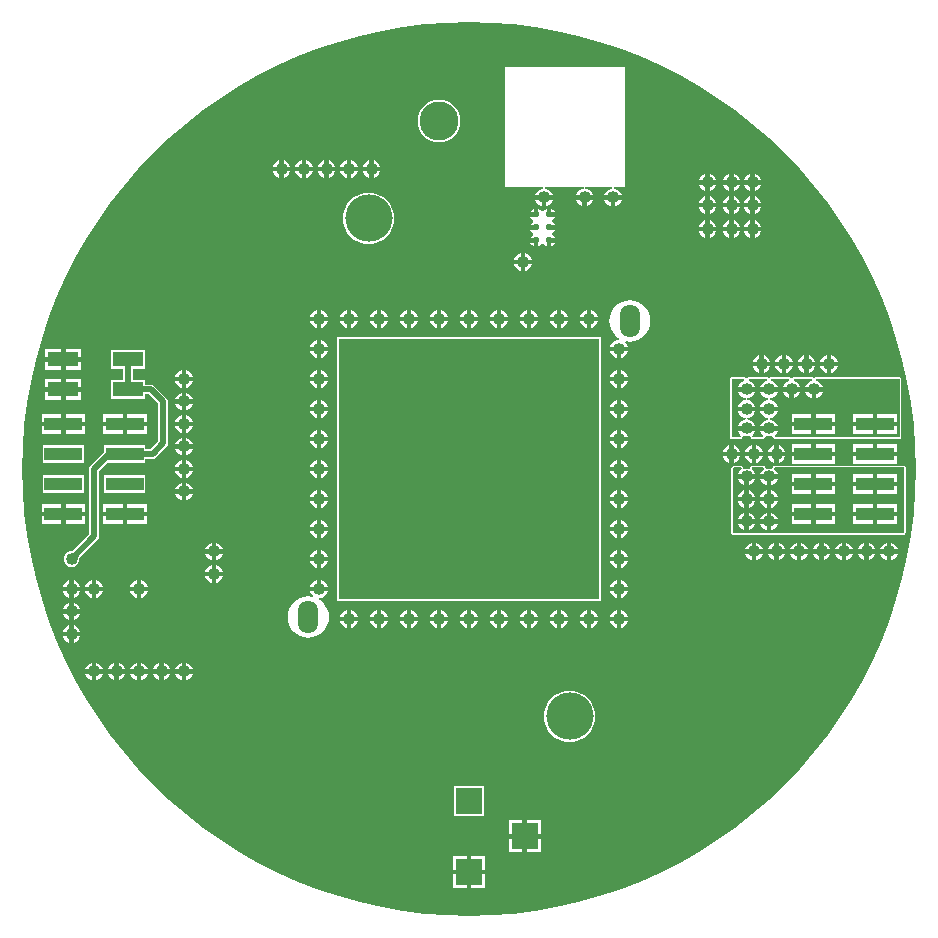
<source format=gbl>
G04 Layer_Physical_Order=2*
G04 Layer_Color=16711680*
%FSLAX24Y24*%
%MOIN*%
G70*
G01*
G75*
%ADD24R,0.8661X0.8661*%
%ADD27C,0.0200*%
%ADD30O,0.0669X0.1102*%
%ADD31R,0.0866X0.0866*%
%ADD32C,0.0400*%
%ADD33C,0.0217*%
%ADD34C,0.1575*%
%ADD35C,0.1300*%
%ADD36R,0.1250X0.0449*%
%ADD37R,0.1000X0.0500*%
G36*
X731Y14872D02*
X1459Y14818D01*
X2185Y14728D01*
X2905Y14603D01*
X3618Y14443D01*
X4322Y14248D01*
X5016Y14019D01*
X5698Y13756D01*
X6366Y13460D01*
X7019Y13131D01*
X7655Y12771D01*
X8272Y12380D01*
X8870Y11959D01*
X9446Y11510D01*
X9999Y11032D01*
X10528Y10528D01*
X11032Y9999D01*
X11510Y9446D01*
X11959Y8870D01*
X12380Y8272D01*
X12771Y7655D01*
X13131Y7019D01*
X13460Y6366D01*
X13756Y5698D01*
X14019Y5016D01*
X14248Y4322D01*
X14443Y3618D01*
X14603Y2905D01*
X14728Y2185D01*
X14818Y1459D01*
X14872Y731D01*
X14889Y0D01*
X14872Y-731D01*
X14818Y-1459D01*
X14728Y-2185D01*
X14603Y-2905D01*
X14443Y-3618D01*
X14248Y-4322D01*
X14019Y-5016D01*
X13756Y-5698D01*
X13460Y-6366D01*
X13131Y-7019D01*
X12771Y-7655D01*
X12380Y-8272D01*
X11959Y-8870D01*
X11510Y-9446D01*
X11032Y-9999D01*
X10528Y-10528D01*
X9999Y-11032D01*
X9446Y-11510D01*
X8870Y-11959D01*
X8272Y-12380D01*
X7655Y-12771D01*
X7019Y-13131D01*
X6366Y-13460D01*
X5698Y-13756D01*
X5016Y-14019D01*
X4322Y-14248D01*
X3618Y-14443D01*
X2905Y-14603D01*
X2185Y-14728D01*
X1459Y-14818D01*
X731Y-14872D01*
X0Y-14889D01*
X-731Y-14872D01*
X-1459Y-14818D01*
X-2185Y-14728D01*
X-2905Y-14603D01*
X-3618Y-14443D01*
X-4322Y-14248D01*
X-5016Y-14019D01*
X-5698Y-13756D01*
X-6366Y-13460D01*
X-7019Y-13131D01*
X-7655Y-12771D01*
X-8272Y-12380D01*
X-8870Y-11959D01*
X-9446Y-11510D01*
X-9999Y-11032D01*
X-10528Y-10528D01*
X-11032Y-9999D01*
X-11510Y-9446D01*
X-11959Y-8870D01*
X-12380Y-8272D01*
X-12771Y-7655D01*
X-13131Y-7019D01*
X-13460Y-6366D01*
X-13756Y-5698D01*
X-14019Y-5016D01*
X-14248Y-4322D01*
X-14443Y-3618D01*
X-14603Y-2905D01*
X-14728Y-2185D01*
X-14818Y-1459D01*
X-14872Y-731D01*
X-14889Y0D01*
X-14872Y731D01*
X-14818Y1459D01*
X-14728Y2185D01*
X-14603Y2905D01*
X-14443Y3618D01*
X-14248Y4322D01*
X-14019Y5016D01*
X-13756Y5698D01*
X-13460Y6366D01*
X-13131Y7019D01*
X-12771Y7655D01*
X-12380Y8272D01*
X-11959Y8870D01*
X-11510Y9446D01*
X-11032Y9999D01*
X-10528Y10528D01*
X-9999Y11032D01*
X-9446Y11510D01*
X-8870Y11959D01*
X-8272Y12380D01*
X-7655Y12771D01*
X-7019Y13131D01*
X-6366Y13460D01*
X-5698Y13756D01*
X-5016Y14019D01*
X-4322Y14248D01*
X-3618Y14443D01*
X-2905Y14603D01*
X-2185Y14728D01*
X-1459Y14818D01*
X-731Y14872D01*
X0Y14889D01*
X731Y14872D01*
D02*
G37*
%LPC*%
G36*
X13175Y-2457D02*
X13172Y-2458D01*
X13099Y-2488D01*
X13036Y-2536D01*
X12988Y-2599D01*
X12958Y-2672D01*
X12957Y-2675D01*
X13175D01*
Y-2457D01*
D02*
G37*
G36*
X12575D02*
Y-2675D01*
X12793D01*
X12792Y-2672D01*
X12762Y-2599D01*
X12714Y-2536D01*
X12651Y-2488D01*
X12578Y-2458D01*
X12575Y-2457D01*
D02*
G37*
G36*
X12425D02*
X12422Y-2458D01*
X12349Y-2488D01*
X12286Y-2536D01*
X12238Y-2599D01*
X12208Y-2672D01*
X12207Y-2675D01*
X12425D01*
Y-2457D01*
D02*
G37*
G36*
X14075D02*
Y-2675D01*
X14293D01*
X14292Y-2672D01*
X14262Y-2599D01*
X14214Y-2536D01*
X14151Y-2488D01*
X14078Y-2458D01*
X14075Y-2457D01*
D02*
G37*
G36*
X13925D02*
X13922Y-2458D01*
X13849Y-2488D01*
X13786Y-2536D01*
X13738Y-2599D01*
X13708Y-2672D01*
X13707Y-2675D01*
X13925D01*
Y-2457D01*
D02*
G37*
G36*
X13325D02*
Y-2675D01*
X13543D01*
X13542Y-2672D01*
X13512Y-2599D01*
X13464Y-2536D01*
X13401Y-2488D01*
X13328Y-2458D01*
X13325Y-2457D01*
D02*
G37*
G36*
X10925D02*
X10922Y-2458D01*
X10849Y-2488D01*
X10786Y-2536D01*
X10738Y-2599D01*
X10708Y-2672D01*
X10707Y-2675D01*
X10925D01*
Y-2457D01*
D02*
G37*
G36*
X10325D02*
Y-2675D01*
X10543D01*
X10542Y-2672D01*
X10512Y-2599D01*
X10464Y-2536D01*
X10401Y-2488D01*
X10328Y-2458D01*
X10325Y-2457D01*
D02*
G37*
G36*
X10175D02*
X10172Y-2458D01*
X10099Y-2488D01*
X10036Y-2536D01*
X9988Y-2599D01*
X9958Y-2672D01*
X9957Y-2675D01*
X10175D01*
Y-2457D01*
D02*
G37*
G36*
X11825D02*
Y-2675D01*
X12043D01*
X12042Y-2672D01*
X12012Y-2599D01*
X11964Y-2536D01*
X11901Y-2488D01*
X11828Y-2458D01*
X11825Y-2457D01*
D02*
G37*
G36*
X11675D02*
X11672Y-2458D01*
X11599Y-2488D01*
X11536Y-2536D01*
X11488Y-2599D01*
X11458Y-2672D01*
X11457Y-2675D01*
X11675D01*
Y-2457D01*
D02*
G37*
G36*
X11075D02*
Y-2675D01*
X11293D01*
X11292Y-2672D01*
X11262Y-2599D01*
X11214Y-2536D01*
X11151Y-2488D01*
X11078Y-2458D01*
X11075Y-2457D01*
D02*
G37*
G36*
X-5075Y-2075D02*
X-5293D01*
X-5292Y-2078D01*
X-5262Y-2151D01*
X-5214Y-2214D01*
X-5151Y-2262D01*
X-5078Y-2292D01*
X-5075Y-2293D01*
Y-2075D01*
D02*
G37*
G36*
X-12800Y-1575D02*
X-13450D01*
Y-1824D01*
X-12800D01*
Y-1575D01*
D02*
G37*
G36*
X-13600D02*
X-14250D01*
Y-1824D01*
X-13600D01*
Y-1575D01*
D02*
G37*
G36*
X5075Y-1707D02*
Y-1925D01*
X5293D01*
X5292Y-1922D01*
X5262Y-1849D01*
X5214Y-1786D01*
X5151Y-1738D01*
X5078Y-1708D01*
X5075Y-1707D01*
D02*
G37*
G36*
X-13600Y-1176D02*
X-14250D01*
Y-1425D01*
X-13600D01*
Y-1176D01*
D02*
G37*
G36*
X-10750Y-1575D02*
X-11400D01*
Y-1824D01*
X-10750D01*
Y-1575D01*
D02*
G37*
G36*
X-11550D02*
X-12200D01*
Y-1824D01*
X-11550D01*
Y-1575D01*
D02*
G37*
G36*
X5293Y-2075D02*
X5075D01*
Y-2293D01*
X5078Y-2292D01*
X5151Y-2262D01*
X5214Y-2214D01*
X5262Y-2151D01*
X5292Y-2078D01*
X5293Y-2075D01*
D02*
G37*
G36*
X4925D02*
X4707D01*
X4708Y-2078D01*
X4738Y-2151D01*
X4786Y-2214D01*
X4849Y-2262D01*
X4922Y-2292D01*
X4925Y-2293D01*
Y-2075D01*
D02*
G37*
G36*
X-4707D02*
X-4925D01*
Y-2293D01*
X-4922Y-2292D01*
X-4849Y-2262D01*
X-4786Y-2214D01*
X-4738Y-2151D01*
X-4708Y-2078D01*
X-4707Y-2075D01*
D02*
G37*
G36*
X4925Y-1707D02*
X4922Y-1708D01*
X4849Y-1738D01*
X4786Y-1786D01*
X4738Y-1849D01*
X4708Y-1922D01*
X4707Y-1925D01*
X4925D01*
Y-1707D01*
D02*
G37*
G36*
X-4925D02*
Y-1925D01*
X-4707D01*
X-4708Y-1922D01*
X-4738Y-1849D01*
X-4786Y-1786D01*
X-4849Y-1738D01*
X-4922Y-1708D01*
X-4925Y-1707D01*
D02*
G37*
G36*
X-5075D02*
X-5078Y-1708D01*
X-5151Y-1738D01*
X-5214Y-1786D01*
X-5262Y-1849D01*
X-5292Y-1922D01*
X-5293Y-1925D01*
X-5075D01*
Y-1707D01*
D02*
G37*
G36*
X9575Y-2457D02*
Y-2675D01*
X9793D01*
X9792Y-2672D01*
X9762Y-2599D01*
X9714Y-2536D01*
X9651Y-2488D01*
X9578Y-2458D01*
X9575Y-2457D01*
D02*
G37*
G36*
X10925Y-2825D02*
X10707D01*
X10708Y-2828D01*
X10738Y-2901D01*
X10786Y-2964D01*
X10849Y-3012D01*
X10922Y-3042D01*
X10925Y-3043D01*
Y-2825D01*
D02*
G37*
G36*
X10543D02*
X10325D01*
Y-3043D01*
X10328Y-3042D01*
X10401Y-3012D01*
X10464Y-2964D01*
X10512Y-2901D01*
X10542Y-2828D01*
X10543Y-2825D01*
D02*
G37*
G36*
X10175D02*
X9957D01*
X9958Y-2828D01*
X9988Y-2901D01*
X10036Y-2964D01*
X10099Y-3012D01*
X10172Y-3042D01*
X10175Y-3043D01*
Y-2825D01*
D02*
G37*
G36*
X12043D02*
X11825D01*
Y-3043D01*
X11828Y-3042D01*
X11901Y-3012D01*
X11964Y-2964D01*
X12012Y-2901D01*
X12042Y-2828D01*
X12043Y-2825D01*
D02*
G37*
G36*
X11675D02*
X11457D01*
X11458Y-2828D01*
X11488Y-2901D01*
X11536Y-2964D01*
X11599Y-3012D01*
X11672Y-3042D01*
X11675Y-3043D01*
Y-2825D01*
D02*
G37*
G36*
X11293D02*
X11075D01*
Y-3043D01*
X11078Y-3042D01*
X11151Y-3012D01*
X11214Y-2964D01*
X11262Y-2901D01*
X11292Y-2828D01*
X11293Y-2825D01*
D02*
G37*
G36*
X-8575D02*
X-8793D01*
X-8792Y-2828D01*
X-8762Y-2901D01*
X-8714Y-2964D01*
X-8651Y-3012D01*
X-8578Y-3042D01*
X-8575Y-3043D01*
Y-2825D01*
D02*
G37*
G36*
X5293Y-3075D02*
X5075D01*
Y-3293D01*
X5078Y-3292D01*
X5151Y-3262D01*
X5214Y-3214D01*
X5262Y-3151D01*
X5292Y-3078D01*
X5293Y-3075D01*
D02*
G37*
G36*
X4925D02*
X4707D01*
X4708Y-3078D01*
X4738Y-3151D01*
X4786Y-3214D01*
X4849Y-3262D01*
X4922Y-3292D01*
X4925Y-3293D01*
Y-3075D01*
D02*
G37*
G36*
X9793Y-2825D02*
X9575D01*
Y-3043D01*
X9578Y-3042D01*
X9651Y-3012D01*
X9714Y-2964D01*
X9762Y-2901D01*
X9792Y-2828D01*
X9793Y-2825D01*
D02*
G37*
G36*
X9425D02*
X9207D01*
X9208Y-2828D01*
X9238Y-2901D01*
X9286Y-2964D01*
X9349Y-3012D01*
X9422Y-3042D01*
X9425Y-3043D01*
Y-2825D01*
D02*
G37*
G36*
X-8207D02*
X-8425D01*
Y-3043D01*
X-8422Y-3042D01*
X-8349Y-3012D01*
X-8286Y-2964D01*
X-8238Y-2901D01*
X-8208Y-2828D01*
X-8207Y-2825D01*
D02*
G37*
G36*
X12425D02*
X12207D01*
X12208Y-2828D01*
X12238Y-2901D01*
X12286Y-2964D01*
X12349Y-3012D01*
X12422Y-3042D01*
X12425Y-3043D01*
Y-2825D01*
D02*
G37*
G36*
X5075Y-2707D02*
Y-2925D01*
X5293D01*
X5292Y-2922D01*
X5262Y-2849D01*
X5214Y-2786D01*
X5151Y-2738D01*
X5078Y-2708D01*
X5075Y-2707D01*
D02*
G37*
G36*
X4925D02*
X4922Y-2708D01*
X4849Y-2738D01*
X4786Y-2786D01*
X4738Y-2849D01*
X4708Y-2922D01*
X4707Y-2925D01*
X4925D01*
Y-2707D01*
D02*
G37*
G36*
X-4925D02*
Y-2925D01*
X-4707D01*
X-4708Y-2922D01*
X-4738Y-2849D01*
X-4786Y-2786D01*
X-4849Y-2738D01*
X-4922Y-2708D01*
X-4925Y-2707D01*
D02*
G37*
G36*
X9425Y-2457D02*
X9422Y-2458D01*
X9349Y-2488D01*
X9286Y-2536D01*
X9238Y-2599D01*
X9208Y-2672D01*
X9207Y-2675D01*
X9425D01*
Y-2457D01*
D02*
G37*
G36*
X-8425D02*
Y-2675D01*
X-8207D01*
X-8208Y-2672D01*
X-8238Y-2599D01*
X-8286Y-2536D01*
X-8349Y-2488D01*
X-8422Y-2458D01*
X-8425Y-2457D01*
D02*
G37*
G36*
X-8575D02*
X-8578Y-2458D01*
X-8651Y-2488D01*
X-8714Y-2536D01*
X-8762Y-2599D01*
X-8792Y-2672D01*
X-8793Y-2675D01*
X-8575D01*
Y-2457D01*
D02*
G37*
G36*
X13543Y-2825D02*
X13325D01*
Y-3043D01*
X13328Y-3042D01*
X13401Y-3012D01*
X13464Y-2964D01*
X13512Y-2901D01*
X13542Y-2828D01*
X13543Y-2825D01*
D02*
G37*
G36*
X13175D02*
X12957D01*
X12958Y-2828D01*
X12988Y-2901D01*
X13036Y-2964D01*
X13099Y-3012D01*
X13172Y-3042D01*
X13175Y-3043D01*
Y-2825D01*
D02*
G37*
G36*
X12793D02*
X12575D01*
Y-3043D01*
X12578Y-3042D01*
X12651Y-3012D01*
X12714Y-2964D01*
X12762Y-2901D01*
X12792Y-2828D01*
X12793Y-2825D01*
D02*
G37*
G36*
X-5075Y-2707D02*
X-5078Y-2708D01*
X-5151Y-2738D01*
X-5214Y-2786D01*
X-5262Y-2849D01*
X-5292Y-2922D01*
X-5293Y-2925D01*
X-5075D01*
Y-2707D01*
D02*
G37*
G36*
X14293Y-2825D02*
X14075D01*
Y-3043D01*
X14078Y-3042D01*
X14151Y-3012D01*
X14214Y-2964D01*
X14262Y-2901D01*
X14292Y-2828D01*
X14293Y-2825D01*
D02*
G37*
G36*
X13925D02*
X13707D01*
X13708Y-2828D01*
X13738Y-2901D01*
X13786Y-2964D01*
X13849Y-3012D01*
X13922Y-3042D01*
X13925Y-3043D01*
Y-2825D01*
D02*
G37*
G36*
X-12800Y-1176D02*
X-13450D01*
Y-1425D01*
X-12800D01*
Y-1176D01*
D02*
G37*
G36*
X9793Y425D02*
X9575D01*
Y207D01*
X9578Y208D01*
X9651Y238D01*
X9714Y286D01*
X9762Y349D01*
X9792Y422D01*
X9793Y425D01*
D02*
G37*
G36*
X9425D02*
X9207D01*
X9208Y422D01*
X9238Y349D01*
X9286Y286D01*
X9349Y238D01*
X9422Y208D01*
X9425Y207D01*
Y425D01*
D02*
G37*
G36*
X9043D02*
X8825D01*
Y207D01*
X8828Y208D01*
X8901Y238D01*
X8964Y286D01*
X9012Y349D01*
X9042Y422D01*
X9043Y425D01*
D02*
G37*
G36*
X-12840Y784D02*
X-14210D01*
Y216D01*
X-12840D01*
Y784D01*
D02*
G37*
G36*
X10543Y425D02*
X10325D01*
Y207D01*
X10328Y208D01*
X10401Y238D01*
X10464Y286D01*
X10512Y349D01*
X10542Y422D01*
X10543Y425D01*
D02*
G37*
G36*
X10175D02*
X9957D01*
X9958Y422D01*
X9988Y349D01*
X10036Y286D01*
X10099Y238D01*
X10172Y208D01*
X10175Y207D01*
Y425D01*
D02*
G37*
G36*
X5075Y293D02*
Y75D01*
X5293D01*
X5292Y78D01*
X5262Y151D01*
X5214Y214D01*
X5151Y262D01*
X5078Y292D01*
X5075Y293D01*
D02*
G37*
G36*
X4925D02*
X4922Y292D01*
X4849Y262D01*
X4786Y214D01*
X4738Y151D01*
X4708Y78D01*
X4707Y75D01*
X4925D01*
Y293D01*
D02*
G37*
G36*
X-4925D02*
Y75D01*
X-4707D01*
X-4708Y78D01*
X-4738Y151D01*
X-4786Y214D01*
X-4849Y262D01*
X-4922Y292D01*
X-4925Y293D01*
D02*
G37*
G36*
X8675Y425D02*
X8457D01*
X8458Y422D01*
X8488Y349D01*
X8536Y286D01*
X8599Y238D01*
X8672Y208D01*
X8675Y207D01*
Y425D01*
D02*
G37*
G36*
X14250D02*
X12800D01*
Y176D01*
X14250D01*
Y425D01*
D02*
G37*
G36*
X12200D02*
X10750D01*
Y176D01*
X12200D01*
Y425D01*
D02*
G37*
G36*
X-9575Y675D02*
X-9793D01*
X-9792Y672D01*
X-9762Y599D01*
X-9714Y536D01*
X-9651Y488D01*
X-9578Y458D01*
X-9575Y457D01*
Y675D01*
D02*
G37*
G36*
X12200Y824D02*
X11550D01*
Y575D01*
X12200D01*
Y824D01*
D02*
G37*
G36*
X11400D02*
X10750D01*
Y575D01*
X11400D01*
Y824D01*
D02*
G37*
G36*
X10325Y793D02*
Y575D01*
X10543D01*
X10542Y578D01*
X10512Y651D01*
X10464Y714D01*
X10401Y762D01*
X10328Y792D01*
X10325Y793D01*
D02*
G37*
G36*
X-10815Y3960D02*
X-11935D01*
Y3340D01*
X-11538D01*
Y2960D01*
X-11935D01*
Y2340D01*
X-10815D01*
Y2487D01*
X-10668D01*
X-10363Y2182D01*
Y918D01*
X-10618Y663D01*
X-10790D01*
Y784D01*
X-12160D01*
Y570D01*
X-12615Y115D01*
X-12651Y62D01*
X-12663Y0D01*
Y-2182D01*
X-13222Y-2741D01*
X-13250Y-2738D01*
X-13318Y-2747D01*
X-13381Y-2773D01*
X-13435Y-2815D01*
X-13477Y-2869D01*
X-13503Y-2932D01*
X-13512Y-3000D01*
X-13503Y-3068D01*
X-13477Y-3131D01*
X-13435Y-3185D01*
X-13381Y-3227D01*
X-13318Y-3253D01*
X-13250Y-3262D01*
X-13182Y-3253D01*
X-13119Y-3227D01*
X-13065Y-3185D01*
X-13023Y-3131D01*
X-12997Y-3068D01*
X-12988Y-3000D01*
X-12991Y-2972D01*
X-12385Y-2365D01*
X-12349Y-2312D01*
X-12337Y-2250D01*
Y-68D01*
X-12054Y216D01*
X-10790D01*
Y337D01*
X-10550D01*
X-10488Y349D01*
X-10435Y385D01*
X-10085Y735D01*
X-10049Y788D01*
X-10037Y850D01*
Y2250D01*
X-10049Y2312D01*
X-10085Y2365D01*
X-10485Y2765D01*
X-10538Y2801D01*
X-10600Y2813D01*
X-10815D01*
Y2960D01*
X-11212D01*
Y3340D01*
X-10815D01*
Y3960D01*
D02*
G37*
G36*
X14250Y824D02*
X13600D01*
Y575D01*
X14250D01*
Y824D01*
D02*
G37*
G36*
X13450D02*
X12800D01*
Y575D01*
X13450D01*
Y824D01*
D02*
G37*
G36*
X8825Y793D02*
Y575D01*
X9043D01*
X9042Y578D01*
X9012Y651D01*
X8964Y714D01*
X8901Y762D01*
X8828Y792D01*
X8825Y793D01*
D02*
G37*
G36*
X8675D02*
X8672Y792D01*
X8599Y762D01*
X8536Y714D01*
X8488Y651D01*
X8458Y578D01*
X8457Y575D01*
X8675D01*
Y793D01*
D02*
G37*
G36*
X-9207Y675D02*
X-9425D01*
Y457D01*
X-9422Y458D01*
X-9349Y488D01*
X-9286Y536D01*
X-9238Y599D01*
X-9208Y672D01*
X-9207Y675D01*
D02*
G37*
G36*
X10175Y793D02*
X10172Y792D01*
X10099Y762D01*
X10036Y714D01*
X9988Y651D01*
X9958Y578D01*
X9957Y575D01*
X10175D01*
Y793D01*
D02*
G37*
G36*
X9575D02*
Y575D01*
X9793D01*
X9792Y578D01*
X9762Y651D01*
X9714Y714D01*
X9651Y762D01*
X9578Y792D01*
X9575Y793D01*
D02*
G37*
G36*
X9425D02*
X9422Y792D01*
X9349Y762D01*
X9286Y714D01*
X9238Y651D01*
X9208Y578D01*
X9207Y575D01*
X9425D01*
Y793D01*
D02*
G37*
G36*
X-5075Y293D02*
X-5078Y292D01*
X-5151Y262D01*
X-5214Y214D01*
X-5262Y151D01*
X-5292Y78D01*
X-5293Y75D01*
X-5075D01*
Y293D01*
D02*
G37*
G36*
Y-707D02*
X-5078Y-708D01*
X-5151Y-738D01*
X-5214Y-786D01*
X-5262Y-849D01*
X-5292Y-922D01*
X-5293Y-925D01*
X-5075D01*
Y-707D01*
D02*
G37*
G36*
X-9207Y-825D02*
X-9425D01*
Y-1043D01*
X-9422Y-1042D01*
X-9349Y-1012D01*
X-9286Y-964D01*
X-9238Y-901D01*
X-9208Y-828D01*
X-9207Y-825D01*
D02*
G37*
G36*
X-9575D02*
X-9793D01*
X-9792Y-828D01*
X-9762Y-901D01*
X-9714Y-964D01*
X-9651Y-1012D01*
X-9578Y-1042D01*
X-9575Y-1043D01*
Y-825D01*
D02*
G37*
G36*
X5075Y-707D02*
Y-925D01*
X5293D01*
X5292Y-922D01*
X5262Y-849D01*
X5214Y-786D01*
X5151Y-738D01*
X5078Y-708D01*
X5075Y-707D01*
D02*
G37*
G36*
X4925D02*
X4922Y-708D01*
X4849Y-738D01*
X4786Y-786D01*
X4738Y-849D01*
X4708Y-922D01*
X4707Y-925D01*
X4925D01*
Y-707D01*
D02*
G37*
G36*
X-4925D02*
Y-925D01*
X-4707D01*
X-4708Y-922D01*
X-4738Y-849D01*
X-4786Y-786D01*
X-4849Y-738D01*
X-4922Y-708D01*
X-4925Y-707D01*
D02*
G37*
G36*
X-5075Y-1075D02*
X-5293D01*
X-5292Y-1078D01*
X-5262Y-1151D01*
X-5214Y-1214D01*
X-5151Y-1262D01*
X-5078Y-1292D01*
X-5075Y-1293D01*
Y-1075D01*
D02*
G37*
G36*
X-10750Y-1176D02*
X-11400D01*
Y-1425D01*
X-10750D01*
Y-1176D01*
D02*
G37*
G36*
X-11550D02*
X-12200D01*
Y-1425D01*
X-11550D01*
Y-1176D01*
D02*
G37*
G36*
X5293Y-1075D02*
X5075D01*
Y-1293D01*
X5078Y-1292D01*
X5151Y-1262D01*
X5214Y-1214D01*
X5262Y-1151D01*
X5292Y-1078D01*
X5293Y-1075D01*
D02*
G37*
G36*
X4925D02*
X4707D01*
X4708Y-1078D01*
X4738Y-1151D01*
X4786Y-1214D01*
X4849Y-1262D01*
X4922Y-1292D01*
X4925Y-1293D01*
Y-1075D01*
D02*
G37*
G36*
X-4707D02*
X-4925D01*
Y-1293D01*
X-4922Y-1292D01*
X-4849Y-1262D01*
X-4786Y-1214D01*
X-4738Y-1151D01*
X-4708Y-1078D01*
X-4707Y-1075D01*
D02*
G37*
G36*
X-12840Y-216D02*
X-14210D01*
Y-784D01*
X-12840D01*
Y-216D01*
D02*
G37*
G36*
X5293Y-75D02*
X5075D01*
Y-293D01*
X5078Y-292D01*
X5151Y-262D01*
X5214Y-214D01*
X5262Y-151D01*
X5292Y-78D01*
X5293Y-75D01*
D02*
G37*
G36*
X4925D02*
X4707D01*
X4708Y-78D01*
X4738Y-151D01*
X4786Y-214D01*
X4849Y-262D01*
X4922Y-292D01*
X4925Y-293D01*
Y-75D01*
D02*
G37*
G36*
X-4707D02*
X-4925D01*
Y-293D01*
X-4922Y-292D01*
X-4849Y-262D01*
X-4786Y-214D01*
X-4738Y-151D01*
X-4708Y-78D01*
X-4707Y-75D01*
D02*
G37*
G36*
X-9425Y293D02*
Y75D01*
X-9207D01*
X-9208Y78D01*
X-9238Y151D01*
X-9286Y214D01*
X-9349Y262D01*
X-9422Y292D01*
X-9425Y293D01*
D02*
G37*
G36*
X-9575D02*
X-9578Y292D01*
X-9651Y262D01*
X-9714Y214D01*
X-9762Y151D01*
X-9792Y78D01*
X-9793Y75D01*
X-9575D01*
Y293D01*
D02*
G37*
G36*
X14500Y115D02*
X10184Y115D01*
X10170Y109D01*
X10155Y108D01*
X10148Y100D01*
X10138Y96D01*
X10132Y82D01*
X10122Y71D01*
X10112Y39D01*
X10079Y12D01*
X10056Y5D01*
X10000Y12D01*
X9944Y5D01*
X9921Y12D01*
X9888Y39D01*
X9878Y71D01*
X9868Y82D01*
X9862Y96D01*
X9852Y100D01*
X9845Y108D01*
X9830Y109D01*
X9816Y115D01*
X9434D01*
X9420Y109D01*
X9405Y108D01*
X9398Y100D01*
X9388Y96D01*
X9382Y82D01*
X9372Y71D01*
X9362Y39D01*
X9329Y12D01*
X9306Y5D01*
X9250Y12D01*
X9194Y5D01*
X9171Y12D01*
X9138Y39D01*
X9128Y71D01*
X9118Y82D01*
X9112Y96D01*
X9102Y100D01*
X9095Y108D01*
X9080Y109D01*
X9066Y115D01*
X8835D01*
X8789Y96D01*
X8754Y61D01*
X8735Y15D01*
X8735Y-2150D01*
X8754Y-2196D01*
X8800Y-2215D01*
X14465Y-2215D01*
X14511Y-2196D01*
X14546Y-2161D01*
X14565Y-2115D01*
X14565Y50D01*
X14546Y96D01*
X14500Y115D01*
D02*
G37*
G36*
X-9425Y-457D02*
Y-675D01*
X-9207D01*
X-9208Y-672D01*
X-9238Y-599D01*
X-9286Y-536D01*
X-9349Y-488D01*
X-9422Y-458D01*
X-9425Y-457D01*
D02*
G37*
G36*
X-9575D02*
X-9578Y-458D01*
X-9651Y-488D01*
X-9714Y-536D01*
X-9762Y-599D01*
X-9792Y-672D01*
X-9793Y-675D01*
X-9575D01*
Y-457D01*
D02*
G37*
G36*
X-10790Y-216D02*
X-12160D01*
Y-784D01*
X-10790D01*
Y-216D01*
D02*
G37*
G36*
X-5075Y-75D02*
X-5293D01*
X-5292Y-78D01*
X-5262Y-151D01*
X-5214Y-214D01*
X-5151Y-262D01*
X-5078Y-292D01*
X-5075Y-293D01*
Y-75D01*
D02*
G37*
G36*
X-9207D02*
X-9425D01*
Y-293D01*
X-9422Y-292D01*
X-9349Y-262D01*
X-9286Y-214D01*
X-9238Y-151D01*
X-9208Y-78D01*
X-9207Y-75D01*
D02*
G37*
G36*
X-9575D02*
X-9793D01*
X-9792Y-78D01*
X-9762Y-151D01*
X-9714Y-214D01*
X-9651Y-262D01*
X-9578Y-292D01*
X-9575Y-293D01*
Y-75D01*
D02*
G37*
G36*
X-4707Y-3075D02*
X-4925D01*
Y-3293D01*
X-4922Y-3292D01*
X-4849Y-3262D01*
X-4786Y-3214D01*
X-4738Y-3151D01*
X-4708Y-3078D01*
X-4707Y-3075D01*
D02*
G37*
G36*
X-4075Y-5075D02*
X-4293D01*
X-4292Y-5078D01*
X-4262Y-5151D01*
X-4214Y-5214D01*
X-4151Y-5262D01*
X-4078Y-5292D01*
X-4075Y-5293D01*
Y-5075D01*
D02*
G37*
G36*
X-13175Y-5207D02*
Y-5425D01*
X-12957D01*
X-12958Y-5422D01*
X-12988Y-5349D01*
X-13036Y-5286D01*
X-13099Y-5238D01*
X-13172Y-5208D01*
X-13175Y-5207D01*
D02*
G37*
G36*
X-13325D02*
X-13328Y-5208D01*
X-13401Y-5238D01*
X-13464Y-5286D01*
X-13512Y-5349D01*
X-13542Y-5422D01*
X-13543Y-5425D01*
X-13325D01*
Y-5207D01*
D02*
G37*
G36*
X-2707Y-5075D02*
X-2925D01*
Y-5293D01*
X-2922Y-5292D01*
X-2849Y-5262D01*
X-2786Y-5214D01*
X-2738Y-5151D01*
X-2708Y-5078D01*
X-2707Y-5075D01*
D02*
G37*
G36*
X-3075D02*
X-3293D01*
X-3292Y-5078D01*
X-3262Y-5151D01*
X-3214Y-5214D01*
X-3151Y-5262D01*
X-3078Y-5292D01*
X-3075Y-5293D01*
Y-5075D01*
D02*
G37*
G36*
X-3707D02*
X-3925D01*
Y-5293D01*
X-3922Y-5292D01*
X-3849Y-5262D01*
X-3786Y-5214D01*
X-3738Y-5151D01*
X-3708Y-5078D01*
X-3707Y-5075D01*
D02*
G37*
G36*
X-9575Y-6457D02*
X-9578Y-6458D01*
X-9651Y-6488D01*
X-9714Y-6536D01*
X-9762Y-6599D01*
X-9792Y-6672D01*
X-9793Y-6675D01*
X-9575D01*
Y-6457D01*
D02*
G37*
G36*
X-10175D02*
Y-6675D01*
X-9957D01*
X-9958Y-6672D01*
X-9988Y-6599D01*
X-10036Y-6536D01*
X-10099Y-6488D01*
X-10172Y-6458D01*
X-10175Y-6457D01*
D02*
G37*
G36*
X-10325D02*
X-10328Y-6458D01*
X-10401Y-6488D01*
X-10464Y-6536D01*
X-10512Y-6599D01*
X-10542Y-6672D01*
X-10543Y-6675D01*
X-10325D01*
Y-6457D01*
D02*
G37*
G36*
X-12957Y-5575D02*
X-13175D01*
Y-5793D01*
X-13172Y-5792D01*
X-13099Y-5762D01*
X-13036Y-5714D01*
X-12988Y-5651D01*
X-12958Y-5578D01*
X-12957Y-5575D01*
D02*
G37*
G36*
X-13325D02*
X-13543D01*
X-13542Y-5578D01*
X-13512Y-5651D01*
X-13464Y-5714D01*
X-13401Y-5762D01*
X-13328Y-5792D01*
X-13325Y-5793D01*
Y-5575D01*
D02*
G37*
G36*
X-9425Y-6457D02*
Y-6675D01*
X-9207D01*
X-9208Y-6672D01*
X-9238Y-6599D01*
X-9286Y-6536D01*
X-9349Y-6488D01*
X-9422Y-6458D01*
X-9425Y-6457D01*
D02*
G37*
G36*
X-2075Y-5075D02*
X-2293D01*
X-2292Y-5078D01*
X-2262Y-5151D01*
X-2214Y-5214D01*
X-2151Y-5262D01*
X-2078Y-5292D01*
X-2075Y-5293D01*
Y-5075D01*
D02*
G37*
G36*
X2293D02*
X2075D01*
Y-5293D01*
X2078Y-5292D01*
X2151Y-5262D01*
X2214Y-5214D01*
X2262Y-5151D01*
X2292Y-5078D01*
X2293Y-5075D01*
D02*
G37*
G36*
X1925D02*
X1707D01*
X1708Y-5078D01*
X1738Y-5151D01*
X1786Y-5214D01*
X1849Y-5262D01*
X1922Y-5292D01*
X1925Y-5293D01*
Y-5075D01*
D02*
G37*
G36*
X1293D02*
X1075D01*
Y-5293D01*
X1078Y-5292D01*
X1151Y-5262D01*
X1214Y-5214D01*
X1262Y-5151D01*
X1292Y-5078D01*
X1293Y-5075D01*
D02*
G37*
G36*
X3925D02*
X3707D01*
X3708Y-5078D01*
X3738Y-5151D01*
X3786Y-5214D01*
X3849Y-5262D01*
X3922Y-5292D01*
X3925Y-5293D01*
Y-5075D01*
D02*
G37*
G36*
X3293D02*
X3075D01*
Y-5293D01*
X3078Y-5292D01*
X3151Y-5262D01*
X3214Y-5214D01*
X3262Y-5151D01*
X3292Y-5078D01*
X3293Y-5075D01*
D02*
G37*
G36*
X2925D02*
X2707D01*
X2708Y-5078D01*
X2738Y-5151D01*
X2786Y-5214D01*
X2849Y-5262D01*
X2922Y-5292D01*
X2925Y-5293D01*
Y-5075D01*
D02*
G37*
G36*
X-707D02*
X-925D01*
Y-5293D01*
X-922Y-5292D01*
X-849Y-5262D01*
X-786Y-5214D01*
X-738Y-5151D01*
X-708Y-5078D01*
X-707Y-5075D01*
D02*
G37*
G36*
X-1075D02*
X-1293D01*
X-1292Y-5078D01*
X-1262Y-5151D01*
X-1214Y-5214D01*
X-1151Y-5262D01*
X-1078Y-5292D01*
X-1075Y-5293D01*
Y-5075D01*
D02*
G37*
G36*
X-1707D02*
X-1925D01*
Y-5293D01*
X-1922Y-5292D01*
X-1849Y-5262D01*
X-1786Y-5214D01*
X-1738Y-5151D01*
X-1708Y-5078D01*
X-1707Y-5075D01*
D02*
G37*
G36*
X925D02*
X707D01*
X708Y-5078D01*
X738Y-5151D01*
X786Y-5214D01*
X849Y-5262D01*
X922Y-5292D01*
X925Y-5293D01*
Y-5075D01*
D02*
G37*
G36*
X293D02*
X75D01*
Y-5293D01*
X78Y-5292D01*
X151Y-5262D01*
X214Y-5214D01*
X262Y-5151D01*
X292Y-5078D01*
X293Y-5075D01*
D02*
G37*
G36*
X-75D02*
X-293D01*
X-292Y-5078D01*
X-262Y-5151D01*
X-214Y-5214D01*
X-151Y-5262D01*
X-78Y-5292D01*
X-75Y-5293D01*
Y-5075D01*
D02*
G37*
G36*
X-10925Y-6457D02*
Y-6675D01*
X-10707D01*
X-10708Y-6672D01*
X-10738Y-6599D01*
X-10786Y-6536D01*
X-10849Y-6488D01*
X-10922Y-6458D01*
X-10925Y-6457D01*
D02*
G37*
G36*
X493Y-10576D02*
X-493D01*
Y-11562D01*
X493D01*
Y-10576D01*
D02*
G37*
G36*
X2383Y-11717D02*
X1925D01*
Y-12175D01*
X2383D01*
Y-11717D01*
D02*
G37*
G36*
X1775D02*
X1317D01*
Y-12175D01*
X1775D01*
Y-11717D01*
D02*
G37*
G36*
X-12207Y-6825D02*
X-12425D01*
Y-7043D01*
X-12422Y-7042D01*
X-12349Y-7012D01*
X-12286Y-6964D01*
X-12238Y-6901D01*
X-12208Y-6828D01*
X-12207Y-6825D01*
D02*
G37*
G36*
X-12575D02*
X-12793D01*
X-12792Y-6828D01*
X-12762Y-6901D01*
X-12714Y-6964D01*
X-12651Y-7012D01*
X-12578Y-7042D01*
X-12575Y-7043D01*
Y-6825D01*
D02*
G37*
G36*
X3350Y-7398D02*
X3184Y-7415D01*
X3024Y-7463D01*
X2877Y-7542D01*
X2748Y-7648D01*
X2642Y-7777D01*
X2563Y-7924D01*
X2515Y-8084D01*
X2499Y-8250D01*
X2515Y-8416D01*
X2563Y-8576D01*
X2642Y-8723D01*
X2748Y-8852D01*
X2877Y-8958D01*
X3024Y-9037D01*
X3184Y-9085D01*
X3350Y-9101D01*
X3516Y-9085D01*
X3676Y-9037D01*
X3823Y-8958D01*
X3952Y-8852D01*
X4058Y-8723D01*
X4137Y-8576D01*
X4185Y-8416D01*
X4202Y-8250D01*
X4185Y-8084D01*
X4137Y-7924D01*
X4058Y-7777D01*
X3952Y-7648D01*
X3823Y-7542D01*
X3676Y-7463D01*
X3516Y-7415D01*
X3350Y-7398D01*
D02*
G37*
G36*
X-75Y-12898D02*
X-533D01*
Y-13356D01*
X-75D01*
Y-12898D01*
D02*
G37*
G36*
X533Y-13506D02*
X75D01*
Y-13964D01*
X533D01*
Y-13506D01*
D02*
G37*
G36*
X-75D02*
X-533D01*
Y-13964D01*
X-75D01*
Y-13506D01*
D02*
G37*
G36*
X2383Y-12325D02*
X1925D01*
Y-12783D01*
X2383D01*
Y-12325D01*
D02*
G37*
G36*
X1775D02*
X1317D01*
Y-12783D01*
X1775D01*
Y-12325D01*
D02*
G37*
G36*
X533Y-12898D02*
X75D01*
Y-13356D01*
X533D01*
Y-12898D01*
D02*
G37*
G36*
X-11825Y-6825D02*
X-12043D01*
X-12042Y-6828D01*
X-12012Y-6901D01*
X-11964Y-6964D01*
X-11901Y-7012D01*
X-11828Y-7042D01*
X-11825Y-7043D01*
Y-6825D01*
D02*
G37*
G36*
X-12425Y-6457D02*
Y-6675D01*
X-12207D01*
X-12208Y-6672D01*
X-12238Y-6599D01*
X-12286Y-6536D01*
X-12349Y-6488D01*
X-12422Y-6458D01*
X-12425Y-6457D01*
D02*
G37*
G36*
X-12575D02*
X-12578Y-6458D01*
X-12651Y-6488D01*
X-12714Y-6536D01*
X-12762Y-6599D01*
X-12792Y-6672D01*
X-12793Y-6675D01*
X-12575D01*
Y-6457D01*
D02*
G37*
G36*
X-9207Y-6825D02*
X-9425D01*
Y-7043D01*
X-9422Y-7042D01*
X-9349Y-7012D01*
X-9286Y-6964D01*
X-9238Y-6901D01*
X-9208Y-6828D01*
X-9207Y-6825D01*
D02*
G37*
G36*
X-11075Y-6457D02*
X-11078Y-6458D01*
X-11151Y-6488D01*
X-11214Y-6536D01*
X-11262Y-6599D01*
X-11292Y-6672D01*
X-11293Y-6675D01*
X-11075D01*
Y-6457D01*
D02*
G37*
G36*
X-11675D02*
Y-6675D01*
X-11457D01*
X-11458Y-6672D01*
X-11488Y-6599D01*
X-11536Y-6536D01*
X-11599Y-6488D01*
X-11672Y-6458D01*
X-11675Y-6457D01*
D02*
G37*
G36*
X-11825D02*
X-11828Y-6458D01*
X-11901Y-6488D01*
X-11964Y-6536D01*
X-12012Y-6599D01*
X-12042Y-6672D01*
X-12043Y-6675D01*
X-11825D01*
Y-6457D01*
D02*
G37*
G36*
X-10707Y-6825D02*
X-10925D01*
Y-7043D01*
X-10922Y-7042D01*
X-10849Y-7012D01*
X-10786Y-6964D01*
X-10738Y-6901D01*
X-10708Y-6828D01*
X-10707Y-6825D01*
D02*
G37*
G36*
X-11075D02*
X-11293D01*
X-11292Y-6828D01*
X-11262Y-6901D01*
X-11214Y-6964D01*
X-11151Y-7012D01*
X-11078Y-7042D01*
X-11075Y-7043D01*
Y-6825D01*
D02*
G37*
G36*
X-11457D02*
X-11675D01*
Y-7043D01*
X-11672Y-7042D01*
X-11599Y-7012D01*
X-11536Y-6964D01*
X-11488Y-6901D01*
X-11458Y-6828D01*
X-11457Y-6825D01*
D02*
G37*
G36*
X-9575D02*
X-9793D01*
X-9792Y-6828D01*
X-9762Y-6901D01*
X-9714Y-6964D01*
X-9651Y-7012D01*
X-9578Y-7042D01*
X-9575Y-7043D01*
Y-6825D01*
D02*
G37*
G36*
X-9957D02*
X-10175D01*
Y-7043D01*
X-10172Y-7042D01*
X-10099Y-7012D01*
X-10036Y-6964D01*
X-9988Y-6901D01*
X-9958Y-6828D01*
X-9957Y-6825D01*
D02*
G37*
G36*
X-10325D02*
X-10543D01*
X-10542Y-6828D01*
X-10512Y-6901D01*
X-10464Y-6964D01*
X-10401Y-7012D01*
X-10328Y-7042D01*
X-10325Y-7043D01*
Y-6825D01*
D02*
G37*
G36*
X4293Y-5075D02*
X4075D01*
Y-5293D01*
X4078Y-5292D01*
X4151Y-5262D01*
X4214Y-5214D01*
X4262Y-5151D01*
X4292Y-5078D01*
X4293Y-5075D01*
D02*
G37*
G36*
X5293Y-4075D02*
X5075D01*
Y-4293D01*
X5078Y-4292D01*
X5151Y-4262D01*
X5214Y-4214D01*
X5262Y-4151D01*
X5292Y-4078D01*
X5293Y-4075D01*
D02*
G37*
G36*
X4925D02*
X4707D01*
X4708Y-4078D01*
X4738Y-4151D01*
X4786Y-4214D01*
X4849Y-4262D01*
X4922Y-4292D01*
X4925Y-4293D01*
Y-4075D01*
D02*
G37*
G36*
X-10707D02*
X-10925D01*
Y-4293D01*
X-10922Y-4292D01*
X-10849Y-4262D01*
X-10786Y-4214D01*
X-10738Y-4151D01*
X-10708Y-4078D01*
X-10707Y-4075D01*
D02*
G37*
G36*
X-13175Y-3707D02*
Y-3925D01*
X-12957D01*
X-12958Y-3922D01*
X-12988Y-3849D01*
X-13036Y-3786D01*
X-13099Y-3738D01*
X-13172Y-3708D01*
X-13175Y-3707D01*
D02*
G37*
G36*
X-13325D02*
X-13328Y-3708D01*
X-13401Y-3738D01*
X-13464Y-3786D01*
X-13512Y-3849D01*
X-13542Y-3922D01*
X-13543Y-3925D01*
X-13325D01*
Y-3707D01*
D02*
G37*
G36*
X-4707Y-4075D02*
X-5293D01*
X-5292Y-4078D01*
X-5262Y-4151D01*
X-5214Y-4214D01*
X-5213Y-4214D01*
X-5216Y-4228D01*
X-5235Y-4261D01*
X-5358Y-4249D01*
X-5493Y-4262D01*
X-5622Y-4301D01*
X-5741Y-4365D01*
X-5845Y-4450D01*
X-5931Y-4555D01*
X-5994Y-4674D01*
X-6033Y-4803D01*
X-6047Y-4937D01*
X-6033Y-5071D01*
X-5994Y-5200D01*
X-5931Y-5319D01*
X-5845Y-5424D01*
X-5741Y-5509D01*
X-5622Y-5573D01*
X-5493Y-5612D01*
X-5358Y-5625D01*
X-5224Y-5612D01*
X-5095Y-5573D01*
X-4976Y-5509D01*
X-4872Y-5424D01*
X-4786Y-5319D01*
X-4722Y-5200D01*
X-4683Y-5071D01*
X-4670Y-4937D01*
X-4683Y-4803D01*
X-4722Y-4674D01*
X-4786Y-4555D01*
X-4872Y-4450D01*
X-4976Y-4365D01*
X-5002Y-4351D01*
X-5001Y-4338D01*
X-4989Y-4301D01*
X-4922Y-4292D01*
X-4849Y-4262D01*
X-4786Y-4214D01*
X-4738Y-4151D01*
X-4708Y-4078D01*
X-4707Y-4075D01*
D02*
G37*
G36*
X-12957D02*
X-13175D01*
Y-4293D01*
X-13172Y-4292D01*
X-13099Y-4262D01*
X-13036Y-4214D01*
X-12988Y-4151D01*
X-12958Y-4078D01*
X-12957Y-4075D01*
D02*
G37*
G36*
X-13325D02*
X-13543D01*
X-13542Y-4078D01*
X-13512Y-4151D01*
X-13464Y-4214D01*
X-13401Y-4262D01*
X-13328Y-4292D01*
X-13325Y-4293D01*
Y-4075D01*
D02*
G37*
G36*
X4391Y4391D02*
X-4391D01*
Y-4391D01*
X4391D01*
Y4391D01*
D02*
G37*
G36*
X-11075Y-4075D02*
X-11293D01*
X-11292Y-4078D01*
X-11262Y-4151D01*
X-11214Y-4214D01*
X-11151Y-4262D01*
X-11078Y-4292D01*
X-11075Y-4293D01*
Y-4075D01*
D02*
G37*
G36*
X-12207D02*
X-12425D01*
Y-4293D01*
X-12422Y-4292D01*
X-12349Y-4262D01*
X-12286Y-4214D01*
X-12238Y-4151D01*
X-12208Y-4078D01*
X-12207Y-4075D01*
D02*
G37*
G36*
X-12575D02*
X-12793D01*
X-12792Y-4078D01*
X-12762Y-4151D01*
X-12714Y-4214D01*
X-12651Y-4262D01*
X-12578Y-4292D01*
X-12575Y-4293D01*
Y-4075D01*
D02*
G37*
G36*
Y-3707D02*
X-12578Y-3708D01*
X-12651Y-3738D01*
X-12714Y-3786D01*
X-12762Y-3849D01*
X-12792Y-3922D01*
X-12793Y-3925D01*
X-12575D01*
Y-3707D01*
D02*
G37*
G36*
X-8207Y-3575D02*
X-8425D01*
Y-3793D01*
X-8422Y-3792D01*
X-8349Y-3762D01*
X-8286Y-3714D01*
X-8238Y-3651D01*
X-8208Y-3578D01*
X-8207Y-3575D01*
D02*
G37*
G36*
X-8575D02*
X-8793D01*
X-8792Y-3578D01*
X-8762Y-3651D01*
X-8714Y-3714D01*
X-8651Y-3762D01*
X-8578Y-3792D01*
X-8575Y-3793D01*
Y-3575D01*
D02*
G37*
G36*
X5075Y-3707D02*
Y-3925D01*
X5293D01*
X5292Y-3922D01*
X5262Y-3849D01*
X5214Y-3786D01*
X5151Y-3738D01*
X5078Y-3708D01*
X5075Y-3707D01*
D02*
G37*
G36*
X-5075Y-3075D02*
X-5293D01*
X-5292Y-3078D01*
X-5262Y-3151D01*
X-5214Y-3214D01*
X-5151Y-3262D01*
X-5078Y-3292D01*
X-5075Y-3293D01*
Y-3075D01*
D02*
G37*
G36*
X-8425Y-3207D02*
Y-3425D01*
X-8207D01*
X-8208Y-3422D01*
X-8238Y-3349D01*
X-8286Y-3286D01*
X-8349Y-3238D01*
X-8422Y-3208D01*
X-8425Y-3207D01*
D02*
G37*
G36*
X-8575D02*
X-8578Y-3208D01*
X-8651Y-3238D01*
X-8714Y-3286D01*
X-8762Y-3349D01*
X-8792Y-3422D01*
X-8793Y-3425D01*
X-8575D01*
Y-3207D01*
D02*
G37*
G36*
X-10925Y-3707D02*
Y-3925D01*
X-10707D01*
X-10708Y-3922D01*
X-10738Y-3849D01*
X-10786Y-3786D01*
X-10849Y-3738D01*
X-10922Y-3708D01*
X-10925Y-3707D01*
D02*
G37*
G36*
X-11075D02*
X-11078Y-3708D01*
X-11151Y-3738D01*
X-11214Y-3786D01*
X-11262Y-3849D01*
X-11292Y-3922D01*
X-11293Y-3925D01*
X-11075D01*
Y-3707D01*
D02*
G37*
G36*
X-12425D02*
Y-3925D01*
X-12207D01*
X-12208Y-3922D01*
X-12238Y-3849D01*
X-12286Y-3786D01*
X-12349Y-3738D01*
X-12422Y-3708D01*
X-12425Y-3707D01*
D02*
G37*
G36*
X4925D02*
X4922Y-3708D01*
X4849Y-3738D01*
X4786Y-3786D01*
X4738Y-3849D01*
X4708Y-3922D01*
X4707Y-3925D01*
X4925D01*
Y-3707D01*
D02*
G37*
G36*
X-4925D02*
Y-3925D01*
X-4707D01*
X-4708Y-3922D01*
X-4738Y-3849D01*
X-4786Y-3786D01*
X-4849Y-3738D01*
X-4922Y-3708D01*
X-4925Y-3707D01*
D02*
G37*
G36*
X-5075D02*
X-5078Y-3708D01*
X-5151Y-3738D01*
X-5214Y-3786D01*
X-5262Y-3849D01*
X-5292Y-3922D01*
X-5293Y-3925D01*
X-5075D01*
Y-3707D01*
D02*
G37*
G36*
X-13175Y-4457D02*
Y-4675D01*
X-12957D01*
X-12958Y-4672D01*
X-12988Y-4599D01*
X-13036Y-4536D01*
X-13099Y-4488D01*
X-13172Y-4458D01*
X-13175Y-4457D01*
D02*
G37*
G36*
X-2075Y-4707D02*
X-2078Y-4708D01*
X-2151Y-4738D01*
X-2214Y-4786D01*
X-2262Y-4849D01*
X-2292Y-4922D01*
X-2293Y-4925D01*
X-2075D01*
Y-4707D01*
D02*
G37*
G36*
X-2925D02*
Y-4925D01*
X-2707D01*
X-2708Y-4922D01*
X-2738Y-4849D01*
X-2786Y-4786D01*
X-2849Y-4738D01*
X-2922Y-4708D01*
X-2925Y-4707D01*
D02*
G37*
G36*
X-3075D02*
X-3078Y-4708D01*
X-3151Y-4738D01*
X-3214Y-4786D01*
X-3262Y-4849D01*
X-3292Y-4922D01*
X-3293Y-4925D01*
X-3075D01*
Y-4707D01*
D02*
G37*
G36*
X-925D02*
Y-4925D01*
X-707D01*
X-708Y-4922D01*
X-738Y-4849D01*
X-786Y-4786D01*
X-849Y-4738D01*
X-922Y-4708D01*
X-925Y-4707D01*
D02*
G37*
G36*
X-1075D02*
X-1078Y-4708D01*
X-1151Y-4738D01*
X-1214Y-4786D01*
X-1262Y-4849D01*
X-1292Y-4922D01*
X-1293Y-4925D01*
X-1075D01*
Y-4707D01*
D02*
G37*
G36*
X-1925D02*
Y-4925D01*
X-1707D01*
X-1708Y-4922D01*
X-1738Y-4849D01*
X-1786Y-4786D01*
X-1849Y-4738D01*
X-1922Y-4708D01*
X-1925Y-4707D01*
D02*
G37*
G36*
X-13325Y-4825D02*
X-13543D01*
X-13542Y-4828D01*
X-13512Y-4901D01*
X-13464Y-4964D01*
X-13401Y-5012D01*
X-13328Y-5042D01*
X-13325Y-5043D01*
Y-4825D01*
D02*
G37*
G36*
X5293Y-5075D02*
X5075D01*
Y-5293D01*
X5078Y-5292D01*
X5151Y-5262D01*
X5214Y-5214D01*
X5262Y-5151D01*
X5292Y-5078D01*
X5293Y-5075D01*
D02*
G37*
G36*
X4925D02*
X4707D01*
X4708Y-5078D01*
X4738Y-5151D01*
X4786Y-5214D01*
X4849Y-5262D01*
X4922Y-5292D01*
X4925Y-5293D01*
Y-5075D01*
D02*
G37*
G36*
X-3925Y-4707D02*
Y-4925D01*
X-3707D01*
X-3708Y-4922D01*
X-3738Y-4849D01*
X-3786Y-4786D01*
X-3849Y-4738D01*
X-3922Y-4708D01*
X-3925Y-4707D01*
D02*
G37*
G36*
X-4075D02*
X-4078Y-4708D01*
X-4151Y-4738D01*
X-4214Y-4786D01*
X-4262Y-4849D01*
X-4292Y-4922D01*
X-4293Y-4925D01*
X-4075D01*
Y-4707D01*
D02*
G37*
G36*
X-12957Y-4825D02*
X-13175D01*
Y-5043D01*
X-13172Y-5042D01*
X-13099Y-5012D01*
X-13036Y-4964D01*
X-12988Y-4901D01*
X-12958Y-4828D01*
X-12957Y-4825D01*
D02*
G37*
G36*
X-75Y-4707D02*
X-78Y-4708D01*
X-151Y-4738D01*
X-214Y-4786D01*
X-262Y-4849D01*
X-292Y-4922D01*
X-293Y-4925D01*
X-75D01*
Y-4707D01*
D02*
G37*
G36*
X4075D02*
Y-4925D01*
X4293D01*
X4292Y-4922D01*
X4262Y-4849D01*
X4214Y-4786D01*
X4151Y-4738D01*
X4078Y-4708D01*
X4075Y-4707D01*
D02*
G37*
G36*
X3925D02*
X3922Y-4708D01*
X3849Y-4738D01*
X3786Y-4786D01*
X3738Y-4849D01*
X3708Y-4922D01*
X3707Y-4925D01*
X3925D01*
Y-4707D01*
D02*
G37*
G36*
X3075D02*
Y-4925D01*
X3293D01*
X3292Y-4922D01*
X3262Y-4849D01*
X3214Y-4786D01*
X3151Y-4738D01*
X3078Y-4708D01*
X3075Y-4707D01*
D02*
G37*
G36*
X-13325Y-4457D02*
X-13328Y-4458D01*
X-13401Y-4488D01*
X-13464Y-4536D01*
X-13512Y-4599D01*
X-13542Y-4672D01*
X-13543Y-4675D01*
X-13325D01*
Y-4457D01*
D02*
G37*
G36*
X5075Y-4707D02*
Y-4925D01*
X5293D01*
X5292Y-4922D01*
X5262Y-4849D01*
X5214Y-4786D01*
X5151Y-4738D01*
X5078Y-4708D01*
X5075Y-4707D01*
D02*
G37*
G36*
X4925D02*
X4922Y-4708D01*
X4849Y-4738D01*
X4786Y-4786D01*
X4738Y-4849D01*
X4708Y-4922D01*
X4707Y-4925D01*
X4925D01*
Y-4707D01*
D02*
G37*
G36*
X1075D02*
Y-4925D01*
X1293D01*
X1292Y-4922D01*
X1262Y-4849D01*
X1214Y-4786D01*
X1151Y-4738D01*
X1078Y-4708D01*
X1075Y-4707D01*
D02*
G37*
G36*
X925D02*
X922Y-4708D01*
X849Y-4738D01*
X786Y-4786D01*
X738Y-4849D01*
X708Y-4922D01*
X707Y-4925D01*
X925D01*
Y-4707D01*
D02*
G37*
G36*
X75D02*
Y-4925D01*
X293D01*
X292Y-4922D01*
X262Y-4849D01*
X214Y-4786D01*
X151Y-4738D01*
X78Y-4708D01*
X75Y-4707D01*
D02*
G37*
G36*
X2925D02*
X2922Y-4708D01*
X2849Y-4738D01*
X2786Y-4786D01*
X2738Y-4849D01*
X2708Y-4922D01*
X2707Y-4925D01*
X2925D01*
Y-4707D01*
D02*
G37*
G36*
X2075D02*
Y-4925D01*
X2293D01*
X2292Y-4922D01*
X2262Y-4849D01*
X2214Y-4786D01*
X2151Y-4738D01*
X2078Y-4708D01*
X2075Y-4707D01*
D02*
G37*
G36*
X1925D02*
X1922Y-4708D01*
X1849Y-4738D01*
X1786Y-4786D01*
X1738Y-4849D01*
X1708Y-4922D01*
X1707Y-4925D01*
X1925D01*
Y-4707D01*
D02*
G37*
G36*
X-5075Y925D02*
X-5293D01*
X-5292Y922D01*
X-5262Y849D01*
X-5214Y786D01*
X-5151Y738D01*
X-5078Y708D01*
X-5075Y707D01*
Y925D01*
D02*
G37*
G36*
X1075Y5293D02*
Y5075D01*
X1293D01*
X1292Y5078D01*
X1262Y5151D01*
X1214Y5214D01*
X1151Y5262D01*
X1078Y5292D01*
X1075Y5293D01*
D02*
G37*
G36*
X925D02*
X922Y5292D01*
X849Y5262D01*
X786Y5214D01*
X738Y5151D01*
X708Y5078D01*
X707Y5075D01*
X925D01*
Y5293D01*
D02*
G37*
G36*
X75D02*
Y5075D01*
X293D01*
X292Y5078D01*
X262Y5151D01*
X214Y5214D01*
X151Y5262D01*
X78Y5292D01*
X75Y5293D01*
D02*
G37*
G36*
X1925D02*
X1922Y5292D01*
X1849Y5262D01*
X1786Y5214D01*
X1738Y5151D01*
X1708Y5078D01*
X1707Y5075D01*
X1925D01*
Y5293D01*
D02*
G37*
G36*
X3075D02*
Y5075D01*
X3293D01*
X3292Y5078D01*
X3262Y5151D01*
X3214Y5214D01*
X3151Y5262D01*
X3078Y5292D01*
X3075Y5293D01*
D02*
G37*
G36*
X2925D02*
X2922Y5292D01*
X2849Y5262D01*
X2786Y5214D01*
X2738Y5151D01*
X2708Y5078D01*
X2707Y5075D01*
X2925D01*
Y5293D01*
D02*
G37*
G36*
X2075D02*
Y5075D01*
X2293D01*
X2292Y5078D01*
X2262Y5151D01*
X2214Y5214D01*
X2151Y5262D01*
X2078Y5292D01*
X2075Y5293D01*
D02*
G37*
G36*
X-75D02*
X-78Y5292D01*
X-151Y5262D01*
X-214Y5214D01*
X-262Y5151D01*
X-292Y5078D01*
X-293Y5075D01*
X-75D01*
Y5293D01*
D02*
G37*
G36*
X-2925D02*
Y5075D01*
X-2707D01*
X-2708Y5078D01*
X-2738Y5151D01*
X-2786Y5214D01*
X-2849Y5262D01*
X-2922Y5292D01*
X-2925Y5293D01*
D02*
G37*
G36*
X-3075D02*
X-3078Y5292D01*
X-3151Y5262D01*
X-3214Y5214D01*
X-3262Y5151D01*
X-3292Y5078D01*
X-3293Y5075D01*
X-3075D01*
Y5293D01*
D02*
G37*
G36*
X-3925D02*
Y5075D01*
X-3707D01*
X-3708Y5078D01*
X-3738Y5151D01*
X-3786Y5214D01*
X-3849Y5262D01*
X-3922Y5292D01*
X-3925Y5293D01*
D02*
G37*
G36*
X-2075D02*
X-2078Y5292D01*
X-2151Y5262D01*
X-2214Y5214D01*
X-2262Y5151D01*
X-2292Y5078D01*
X-2293Y5075D01*
X-2075D01*
Y5293D01*
D02*
G37*
G36*
X-925D02*
Y5075D01*
X-707D01*
X-708Y5078D01*
X-738Y5151D01*
X-786Y5214D01*
X-849Y5262D01*
X-922Y5292D01*
X-925Y5293D01*
D02*
G37*
G36*
X-1075D02*
X-1078Y5292D01*
X-1151Y5262D01*
X-1214Y5214D01*
X-1262Y5151D01*
X-1292Y5078D01*
X-1293Y5075D01*
X-1075D01*
Y5293D01*
D02*
G37*
G36*
X-1925D02*
Y5075D01*
X-1707D01*
X-1708Y5078D01*
X-1738Y5151D01*
X-1786Y5214D01*
X-1849Y5262D01*
X-1922Y5292D01*
X-1925Y5293D01*
D02*
G37*
G36*
X8243Y7925D02*
X8025D01*
Y7707D01*
X8028Y7708D01*
X8101Y7738D01*
X8164Y7786D01*
X8212Y7849D01*
X8242Y7922D01*
X8243Y7925D01*
D02*
G37*
G36*
X7875D02*
X7657D01*
X7658Y7922D01*
X7688Y7849D01*
X7736Y7786D01*
X7799Y7738D01*
X7872Y7708D01*
X7875Y7707D01*
Y7925D01*
D02*
G37*
G36*
X-3350Y9201D02*
X-3516Y9185D01*
X-3676Y9137D01*
X-3823Y9058D01*
X-3952Y8952D01*
X-4058Y8823D01*
X-4137Y8676D01*
X-4185Y8516D01*
X-4202Y8350D01*
X-4185Y8184D01*
X-4137Y8024D01*
X-4058Y7877D01*
X-3952Y7748D01*
X-3823Y7642D01*
X-3676Y7563D01*
X-3516Y7515D01*
X-3350Y7498D01*
X-3184Y7515D01*
X-3024Y7563D01*
X-2877Y7642D01*
X-2748Y7748D01*
X-2642Y7877D01*
X-2563Y8024D01*
X-2515Y8184D01*
X-2499Y8350D01*
X-2515Y8516D01*
X-2563Y8676D01*
X-2642Y8823D01*
X-2748Y8952D01*
X-2877Y9058D01*
X-3024Y9137D01*
X-3184Y9185D01*
X-3350Y9201D01*
D02*
G37*
G36*
X8675Y7925D02*
X8457D01*
X8458Y7922D01*
X8488Y7849D01*
X8536Y7786D01*
X8599Y7738D01*
X8672Y7708D01*
X8675Y7707D01*
Y7925D01*
D02*
G37*
G36*
X9743D02*
X9525D01*
Y7707D01*
X9528Y7708D01*
X9601Y7738D01*
X9664Y7786D01*
X9712Y7849D01*
X9742Y7922D01*
X9743Y7925D01*
D02*
G37*
G36*
X9375D02*
X9157D01*
X9158Y7922D01*
X9188Y7849D01*
X9236Y7786D01*
X9299Y7738D01*
X9372Y7708D01*
X9375Y7707D01*
Y7925D01*
D02*
G37*
G36*
X9043D02*
X8825D01*
Y7707D01*
X8828Y7708D01*
X8901Y7738D01*
X8964Y7786D01*
X9012Y7849D01*
X9042Y7922D01*
X9043Y7925D01*
D02*
G37*
G36*
X2864Y7542D02*
X2742D01*
Y7419D01*
X2748Y7421D01*
X2817Y7467D01*
X2863Y7536D01*
X2864Y7542D01*
D02*
G37*
G36*
X1725Y6825D02*
X1507D01*
X1508Y6822D01*
X1538Y6749D01*
X1586Y6686D01*
X1649Y6638D01*
X1722Y6608D01*
X1725Y6607D01*
Y6825D01*
D02*
G37*
G36*
X4075Y5293D02*
Y5075D01*
X4293D01*
X4292Y5078D01*
X4262Y5151D01*
X4214Y5214D01*
X4151Y5262D01*
X4078Y5292D01*
X4075Y5293D01*
D02*
G37*
G36*
X3925D02*
X3922Y5292D01*
X3849Y5262D01*
X3786Y5214D01*
X3738Y5151D01*
X3708Y5078D01*
X3707Y5075D01*
X3925D01*
Y5293D01*
D02*
G37*
G36*
X2093Y6825D02*
X1875D01*
Y6607D01*
X1878Y6608D01*
X1951Y6638D01*
X2014Y6686D01*
X2062Y6749D01*
X2092Y6822D01*
X2093Y6825D01*
D02*
G37*
G36*
X2158Y7542D02*
X2036D01*
X2037Y7536D01*
X2083Y7467D01*
X2152Y7421D01*
X2158Y7419D01*
Y7542D01*
D02*
G37*
G36*
X1875Y7193D02*
Y6975D01*
X2093D01*
X2092Y6978D01*
X2062Y7051D01*
X2014Y7114D01*
X1951Y7162D01*
X1878Y7192D01*
X1875Y7193D01*
D02*
G37*
G36*
X1725D02*
X1722Y7192D01*
X1649Y7162D01*
X1586Y7114D01*
X1538Y7051D01*
X1508Y6978D01*
X1507Y6975D01*
X1725D01*
Y7193D01*
D02*
G37*
G36*
X-4075Y5293D02*
X-4078Y5292D01*
X-4151Y5262D01*
X-4214Y5214D01*
X-4262Y5151D01*
X-4292Y5078D01*
X-4293Y5075D01*
X-4075D01*
Y5293D01*
D02*
G37*
G36*
Y4925D02*
X-4293D01*
X-4292Y4922D01*
X-4262Y4849D01*
X-4214Y4786D01*
X-4151Y4738D01*
X-4078Y4708D01*
X-4075Y4707D01*
Y4925D01*
D02*
G37*
G36*
X-4707D02*
X-4925D01*
Y4707D01*
X-4922Y4708D01*
X-4849Y4738D01*
X-4786Y4786D01*
X-4738Y4849D01*
X-4708Y4922D01*
X-4707Y4925D01*
D02*
G37*
G36*
X-5075D02*
X-5293D01*
X-5292Y4922D01*
X-5262Y4849D01*
X-5214Y4786D01*
X-5151Y4738D01*
X-5078Y4708D01*
X-5075Y4707D01*
Y4925D01*
D02*
G37*
G36*
X-3707D02*
X-3925D01*
Y4707D01*
X-3922Y4708D01*
X-3849Y4738D01*
X-3786Y4786D01*
X-3738Y4849D01*
X-3708Y4922D01*
X-3707Y4925D01*
D02*
G37*
G36*
X-2075D02*
X-2293D01*
X-2292Y4922D01*
X-2262Y4849D01*
X-2214Y4786D01*
X-2151Y4738D01*
X-2078Y4708D01*
X-2075Y4707D01*
Y4925D01*
D02*
G37*
G36*
X-2707D02*
X-2925D01*
Y4707D01*
X-2922Y4708D01*
X-2849Y4738D01*
X-2786Y4786D01*
X-2738Y4849D01*
X-2708Y4922D01*
X-2707Y4925D01*
D02*
G37*
G36*
X-3075D02*
X-3293D01*
X-3292Y4922D01*
X-3262Y4849D01*
X-3214Y4786D01*
X-3151Y4738D01*
X-3078Y4708D01*
X-3075Y4707D01*
Y4925D01*
D02*
G37*
G36*
X5358Y5625D02*
X5224Y5612D01*
X5095Y5573D01*
X4976Y5509D01*
X4872Y5424D01*
X4786Y5319D01*
X4722Y5200D01*
X4683Y5071D01*
X4670Y4937D01*
X4683Y4803D01*
X4722Y4674D01*
X4786Y4555D01*
X4872Y4450D01*
X4976Y4365D01*
X5002Y4351D01*
X5001Y4338D01*
X4989Y4301D01*
X4922Y4292D01*
X4849Y4262D01*
X4786Y4214D01*
X4738Y4151D01*
X4708Y4078D01*
X4707Y4075D01*
X5293D01*
X5292Y4078D01*
X5262Y4151D01*
X5214Y4214D01*
X5213Y4214D01*
X5216Y4228D01*
X5235Y4261D01*
X5358Y4249D01*
X5493Y4262D01*
X5622Y4301D01*
X5741Y4365D01*
X5845Y4450D01*
X5931Y4555D01*
X5994Y4674D01*
X6033Y4803D01*
X6047Y4937D01*
X6033Y5071D01*
X5994Y5200D01*
X5931Y5319D01*
X5845Y5424D01*
X5741Y5509D01*
X5622Y5573D01*
X5493Y5612D01*
X5358Y5625D01*
D02*
G37*
G36*
X5293Y3925D02*
X5075D01*
Y3707D01*
X5078Y3708D01*
X5151Y3738D01*
X5214Y3786D01*
X5262Y3849D01*
X5292Y3922D01*
X5293Y3925D01*
D02*
G37*
G36*
X4925D02*
X4707D01*
X4708Y3922D01*
X4738Y3849D01*
X4786Y3786D01*
X4849Y3738D01*
X4922Y3708D01*
X4925Y3707D01*
Y3925D01*
D02*
G37*
G36*
X-4707D02*
X-4925D01*
Y3707D01*
X-4922Y3708D01*
X-4849Y3738D01*
X-4786Y3786D01*
X-4738Y3849D01*
X-4708Y3922D01*
X-4707Y3925D01*
D02*
G37*
G36*
X-13600Y4000D02*
X-14125D01*
Y3725D01*
X-13600D01*
Y4000D01*
D02*
G37*
G36*
X-4925Y4293D02*
Y4075D01*
X-4707D01*
X-4708Y4078D01*
X-4738Y4151D01*
X-4786Y4214D01*
X-4849Y4262D01*
X-4922Y4292D01*
X-4925Y4293D01*
D02*
G37*
G36*
X-5075D02*
X-5078Y4292D01*
X-5151Y4262D01*
X-5214Y4214D01*
X-5262Y4151D01*
X-5292Y4078D01*
X-5293Y4075D01*
X-5075D01*
Y4293D01*
D02*
G37*
G36*
X-12925Y4000D02*
X-13450D01*
Y3725D01*
X-12925D01*
Y4000D01*
D02*
G37*
G36*
X3293Y4925D02*
X3075D01*
Y4707D01*
X3078Y4708D01*
X3151Y4738D01*
X3214Y4786D01*
X3262Y4849D01*
X3292Y4922D01*
X3293Y4925D01*
D02*
G37*
G36*
X2925D02*
X2707D01*
X2708Y4922D01*
X2738Y4849D01*
X2786Y4786D01*
X2849Y4738D01*
X2922Y4708D01*
X2925Y4707D01*
Y4925D01*
D02*
G37*
G36*
X2293D02*
X2075D01*
Y4707D01*
X2078Y4708D01*
X2151Y4738D01*
X2214Y4786D01*
X2262Y4849D01*
X2292Y4922D01*
X2293Y4925D01*
D02*
G37*
G36*
X3925D02*
X3707D01*
X3708Y4922D01*
X3738Y4849D01*
X3786Y4786D01*
X3849Y4738D01*
X3922Y4708D01*
X3925Y4707D01*
Y4925D01*
D02*
G37*
G36*
X-4925Y5293D02*
Y5075D01*
X-4707D01*
X-4708Y5078D01*
X-4738Y5151D01*
X-4786Y5214D01*
X-4849Y5262D01*
X-4922Y5292D01*
X-4925Y5293D01*
D02*
G37*
G36*
X-5075D02*
X-5078Y5292D01*
X-5151Y5262D01*
X-5214Y5214D01*
X-5262Y5151D01*
X-5292Y5078D01*
X-5293Y5075D01*
X-5075D01*
Y5293D01*
D02*
G37*
G36*
X4293Y4925D02*
X4075D01*
Y4707D01*
X4078Y4708D01*
X4151Y4738D01*
X4214Y4786D01*
X4262Y4849D01*
X4292Y4922D01*
X4293Y4925D01*
D02*
G37*
G36*
X1925D02*
X1707D01*
X1708Y4922D01*
X1738Y4849D01*
X1786Y4786D01*
X1849Y4738D01*
X1922Y4708D01*
X1925Y4707D01*
Y4925D01*
D02*
G37*
G36*
X-707D02*
X-925D01*
Y4707D01*
X-922Y4708D01*
X-849Y4738D01*
X-786Y4786D01*
X-738Y4849D01*
X-708Y4922D01*
X-707Y4925D01*
D02*
G37*
G36*
X-1075D02*
X-1293D01*
X-1292Y4922D01*
X-1262Y4849D01*
X-1214Y4786D01*
X-1151Y4738D01*
X-1078Y4708D01*
X-1075Y4707D01*
Y4925D01*
D02*
G37*
G36*
X-1707D02*
X-1925D01*
Y4707D01*
X-1922Y4708D01*
X-1849Y4738D01*
X-1786Y4786D01*
X-1738Y4849D01*
X-1708Y4922D01*
X-1707Y4925D01*
D02*
G37*
G36*
X-75D02*
X-293D01*
X-292Y4922D01*
X-262Y4849D01*
X-214Y4786D01*
X-151Y4738D01*
X-78Y4708D01*
X-75Y4707D01*
Y4925D01*
D02*
G37*
G36*
X1293D02*
X1075D01*
Y4707D01*
X1078Y4708D01*
X1151Y4738D01*
X1214Y4786D01*
X1262Y4849D01*
X1292Y4922D01*
X1293Y4925D01*
D02*
G37*
G36*
X925D02*
X707D01*
X708Y4922D01*
X738Y4849D01*
X786Y4786D01*
X849Y4738D01*
X922Y4708D01*
X925Y4707D01*
Y4925D01*
D02*
G37*
G36*
X293D02*
X75D01*
Y4707D01*
X78Y4708D01*
X151Y4738D01*
X214Y4786D01*
X262Y4849D01*
X292Y4922D01*
X293Y4925D01*
D02*
G37*
G36*
X-5957Y9925D02*
X-6175D01*
Y9707D01*
X-6172Y9708D01*
X-6099Y9738D01*
X-6036Y9786D01*
X-5988Y9849D01*
X-5958Y9922D01*
X-5957Y9925D01*
D02*
G37*
G36*
X-6325D02*
X-6543D01*
X-6542Y9922D01*
X-6512Y9849D01*
X-6464Y9786D01*
X-6401Y9738D01*
X-6328Y9708D01*
X-6325Y9707D01*
Y9925D01*
D02*
G37*
G36*
X9525Y9843D02*
Y9625D01*
X9743D01*
X9742Y9628D01*
X9712Y9701D01*
X9664Y9764D01*
X9601Y9812D01*
X9528Y9842D01*
X9525Y9843D01*
D02*
G37*
G36*
X-5575Y9925D02*
X-5793D01*
X-5792Y9922D01*
X-5762Y9849D01*
X-5714Y9786D01*
X-5651Y9738D01*
X-5578Y9708D01*
X-5575Y9707D01*
Y9925D01*
D02*
G37*
G36*
X-4457D02*
X-4675D01*
Y9707D01*
X-4672Y9708D01*
X-4599Y9738D01*
X-4536Y9786D01*
X-4488Y9849D01*
X-4458Y9922D01*
X-4457Y9925D01*
D02*
G37*
G36*
X-4825D02*
X-5043D01*
X-5042Y9922D01*
X-5012Y9849D01*
X-4964Y9786D01*
X-4901Y9738D01*
X-4828Y9708D01*
X-4825Y9707D01*
Y9925D01*
D02*
G37*
G36*
X-5207D02*
X-5425D01*
Y9707D01*
X-5422Y9708D01*
X-5349Y9738D01*
X-5286Y9786D01*
X-5238Y9849D01*
X-5208Y9922D01*
X-5207Y9925D01*
D02*
G37*
G36*
X9375Y9843D02*
X9372Y9842D01*
X9299Y9812D01*
X9236Y9764D01*
X9188Y9701D01*
X9158Y9628D01*
X9157Y9625D01*
X9375D01*
Y9843D01*
D02*
G37*
G36*
X9743Y9475D02*
X9525D01*
Y9257D01*
X9528Y9258D01*
X9601Y9288D01*
X9664Y9336D01*
X9712Y9399D01*
X9742Y9472D01*
X9743Y9475D01*
D02*
G37*
G36*
X9375D02*
X9157D01*
X9158Y9472D01*
X9188Y9399D01*
X9236Y9336D01*
X9299Y9288D01*
X9372Y9258D01*
X9375Y9257D01*
Y9475D01*
D02*
G37*
G36*
X9043D02*
X8825D01*
Y9257D01*
X8828Y9258D01*
X8901Y9288D01*
X8964Y9336D01*
X9012Y9399D01*
X9042Y9472D01*
X9043Y9475D01*
D02*
G37*
G36*
X7875Y9843D02*
X7872Y9842D01*
X7799Y9812D01*
X7736Y9764D01*
X7688Y9701D01*
X7658Y9628D01*
X7657Y9625D01*
X7875D01*
Y9843D01*
D02*
G37*
G36*
X8825D02*
Y9625D01*
X9043D01*
X9042Y9628D01*
X9012Y9701D01*
X8964Y9764D01*
X8901Y9812D01*
X8828Y9842D01*
X8825Y9843D01*
D02*
G37*
G36*
X8675D02*
X8672Y9842D01*
X8599Y9812D01*
X8536Y9764D01*
X8488Y9701D01*
X8458Y9628D01*
X8457Y9625D01*
X8675D01*
Y9843D01*
D02*
G37*
G36*
X8025D02*
Y9625D01*
X8243D01*
X8242Y9628D01*
X8212Y9701D01*
X8164Y9764D01*
X8101Y9812D01*
X8028Y9842D01*
X8025Y9843D01*
D02*
G37*
G36*
X-4075Y10293D02*
X-4078Y10292D01*
X-4151Y10262D01*
X-4214Y10214D01*
X-4262Y10151D01*
X-4292Y10078D01*
X-4293Y10075D01*
X-4075D01*
Y10293D01*
D02*
G37*
G36*
X-4675D02*
Y10075D01*
X-4457D01*
X-4458Y10078D01*
X-4488Y10151D01*
X-4536Y10214D01*
X-4599Y10262D01*
X-4672Y10292D01*
X-4675Y10293D01*
D02*
G37*
G36*
X-4825D02*
X-4828Y10292D01*
X-4901Y10262D01*
X-4964Y10214D01*
X-5012Y10151D01*
X-5042Y10078D01*
X-5043Y10075D01*
X-4825D01*
Y10293D01*
D02*
G37*
G36*
X-3925D02*
Y10075D01*
X-3707D01*
X-3708Y10078D01*
X-3738Y10151D01*
X-3786Y10214D01*
X-3849Y10262D01*
X-3922Y10292D01*
X-3925Y10293D01*
D02*
G37*
G36*
X-1000Y12313D02*
X-1139Y12300D01*
X-1273Y12259D01*
X-1396Y12193D01*
X-1504Y12104D01*
X-1593Y11996D01*
X-1659Y11873D01*
X-1700Y11739D01*
X-1713Y11600D01*
X-1700Y11461D01*
X-1659Y11327D01*
X-1593Y11204D01*
X-1504Y11096D01*
X-1396Y11007D01*
X-1273Y10941D01*
X-1139Y10900D01*
X-1000Y10887D01*
X-861Y10900D01*
X-727Y10941D01*
X-604Y11007D01*
X-496Y11096D01*
X-407Y11204D01*
X-341Y11327D01*
X-300Y11461D01*
X-287Y11600D01*
X-300Y11739D01*
X-341Y11873D01*
X-407Y11996D01*
X-496Y12104D01*
X-604Y12193D01*
X-727Y12259D01*
X-861Y12300D01*
X-1000Y12313D01*
D02*
G37*
G36*
X-3175Y10293D02*
Y10075D01*
X-2957D01*
X-2958Y10078D01*
X-2988Y10151D01*
X-3036Y10214D01*
X-3099Y10262D01*
X-3172Y10292D01*
X-3175Y10293D01*
D02*
G37*
G36*
X-3325D02*
X-3328Y10292D01*
X-3401Y10262D01*
X-3464Y10214D01*
X-3512Y10151D01*
X-3542Y10078D01*
X-3543Y10075D01*
X-3325D01*
Y10293D01*
D02*
G37*
G36*
X-5425D02*
Y10075D01*
X-5207D01*
X-5208Y10078D01*
X-5238Y10151D01*
X-5286Y10214D01*
X-5349Y10262D01*
X-5422Y10292D01*
X-5425Y10293D01*
D02*
G37*
G36*
X-3325Y9925D02*
X-3543D01*
X-3542Y9922D01*
X-3512Y9849D01*
X-3464Y9786D01*
X-3401Y9738D01*
X-3328Y9708D01*
X-3325Y9707D01*
Y9925D01*
D02*
G37*
G36*
X-3707D02*
X-3925D01*
Y9707D01*
X-3922Y9708D01*
X-3849Y9738D01*
X-3786Y9786D01*
X-3738Y9849D01*
X-3708Y9922D01*
X-3707Y9925D01*
D02*
G37*
G36*
X-4075D02*
X-4293D01*
X-4292Y9922D01*
X-4262Y9849D01*
X-4214Y9786D01*
X-4151Y9738D01*
X-4078Y9708D01*
X-4075Y9707D01*
Y9925D01*
D02*
G37*
G36*
X-2957D02*
X-3175D01*
Y9707D01*
X-3172Y9708D01*
X-3099Y9738D01*
X-3036Y9786D01*
X-2988Y9849D01*
X-2958Y9922D01*
X-2957Y9925D01*
D02*
G37*
G36*
X-5575Y10293D02*
X-5578Y10292D01*
X-5651Y10262D01*
X-5714Y10214D01*
X-5762Y10151D01*
X-5792Y10078D01*
X-5793Y10075D01*
X-5575D01*
Y10293D01*
D02*
G37*
G36*
X-6175D02*
Y10075D01*
X-5957D01*
X-5958Y10078D01*
X-5988Y10151D01*
X-6036Y10214D01*
X-6099Y10262D01*
X-6172Y10292D01*
X-6175Y10293D01*
D02*
G37*
G36*
X-6325D02*
X-6328Y10292D01*
X-6401Y10262D01*
X-6464Y10214D01*
X-6512Y10151D01*
X-6542Y10078D01*
X-6543Y10075D01*
X-6325D01*
Y10293D01*
D02*
G37*
G36*
X8675Y9475D02*
X8457D01*
X8458Y9472D01*
X8488Y9399D01*
X8536Y9336D01*
X8599Y9288D01*
X8672Y9258D01*
X8675Y9257D01*
Y9475D01*
D02*
G37*
G36*
X9375Y8725D02*
X9157D01*
X9158Y8722D01*
X9188Y8649D01*
X9236Y8586D01*
X9299Y8538D01*
X9372Y8508D01*
X9375Y8507D01*
Y8725D01*
D02*
G37*
G36*
X9043D02*
X8825D01*
Y8507D01*
X8828Y8508D01*
X8901Y8538D01*
X8964Y8586D01*
X9012Y8649D01*
X9042Y8722D01*
X9043Y8725D01*
D02*
G37*
G36*
X8675D02*
X8457D01*
X8458Y8722D01*
X8488Y8649D01*
X8536Y8586D01*
X8599Y8538D01*
X8672Y8508D01*
X8675Y8507D01*
Y8725D01*
D02*
G37*
G36*
X9743D02*
X9525D01*
Y8507D01*
X9528Y8508D01*
X9601Y8538D01*
X9664Y8586D01*
X9712Y8649D01*
X9742Y8722D01*
X9743Y8725D01*
D02*
G37*
G36*
X2592Y8680D02*
X2585Y8679D01*
X2516Y8633D01*
X2478Y8575D01*
X2462Y8572D01*
X2438D01*
X2422Y8575D01*
X2384Y8633D01*
X2315Y8679D01*
X2308Y8680D01*
Y8483D01*
X2233D01*
Y8408D01*
X2036D01*
X2037Y8402D01*
X2083Y8333D01*
X2141Y8294D01*
X2145Y8278D01*
Y8255D01*
X2141Y8239D01*
X2083Y8200D01*
X2037Y8131D01*
X2036Y8125D01*
X2233D01*
Y7975D01*
X2036D01*
X2037Y7969D01*
X2083Y7900D01*
X2141Y7861D01*
X2145Y7845D01*
Y7822D01*
X2141Y7806D01*
X2083Y7767D01*
X2037Y7698D01*
X2036Y7692D01*
X2233D01*
Y7617D01*
X2308D01*
Y7419D01*
X2315Y7421D01*
X2384Y7467D01*
X2422Y7525D01*
X2438Y7528D01*
X2462D01*
X2478Y7525D01*
X2516Y7467D01*
X2585Y7421D01*
X2592Y7419D01*
Y7617D01*
X2667D01*
Y7692D01*
X2864D01*
X2863Y7698D01*
X2817Y7767D01*
X2759Y7806D01*
X2755Y7822D01*
Y7845D01*
X2759Y7861D01*
X2817Y7900D01*
X2863Y7969D01*
X2864Y7975D01*
X2667D01*
Y8125D01*
X2864D01*
X2863Y8131D01*
X2817Y8200D01*
X2759Y8239D01*
X2755Y8255D01*
Y8278D01*
X2759Y8294D01*
X2817Y8333D01*
X2863Y8402D01*
X2864Y8408D01*
X2667D01*
Y8483D01*
X2592D01*
Y8680D01*
D02*
G37*
G36*
X2742D02*
Y8558D01*
X2864D01*
X2863Y8564D01*
X2817Y8633D01*
X2748Y8679D01*
X2742Y8680D01*
D02*
G37*
G36*
X2158D02*
X2152Y8679D01*
X2083Y8633D01*
X2037Y8564D01*
X2036Y8558D01*
X2158D01*
Y8680D01*
D02*
G37*
G36*
X8243Y8725D02*
X8025D01*
Y8507D01*
X8028Y8508D01*
X8101Y8538D01*
X8164Y8586D01*
X8212Y8649D01*
X8242Y8722D01*
X8243Y8725D01*
D02*
G37*
G36*
X8675Y8293D02*
X8672Y8292D01*
X8599Y8262D01*
X8536Y8214D01*
X8488Y8151D01*
X8458Y8078D01*
X8457Y8075D01*
X8675D01*
Y8293D01*
D02*
G37*
G36*
X8025D02*
Y8075D01*
X8243D01*
X8242Y8078D01*
X8212Y8151D01*
X8164Y8214D01*
X8101Y8262D01*
X8028Y8292D01*
X8025Y8293D01*
D02*
G37*
G36*
X7875D02*
X7872Y8292D01*
X7799Y8262D01*
X7736Y8214D01*
X7688Y8151D01*
X7658Y8078D01*
X7657Y8075D01*
X7875D01*
Y8293D01*
D02*
G37*
G36*
X8825D02*
Y8075D01*
X9043D01*
X9042Y8078D01*
X9012Y8151D01*
X8964Y8214D01*
X8901Y8262D01*
X8828Y8292D01*
X8825Y8293D01*
D02*
G37*
G36*
X7875Y8725D02*
X7657D01*
X7658Y8722D01*
X7688Y8649D01*
X7736Y8586D01*
X7799Y8538D01*
X7872Y8508D01*
X7875Y8507D01*
Y8725D01*
D02*
G37*
G36*
X9525Y8293D02*
Y8075D01*
X9743D01*
X9742Y8078D01*
X9712Y8151D01*
X9664Y8214D01*
X9601Y8262D01*
X9528Y8292D01*
X9525Y8293D01*
D02*
G37*
G36*
X9375D02*
X9372Y8292D01*
X9299Y8262D01*
X9236Y8214D01*
X9188Y8151D01*
X9158Y8078D01*
X9157Y8075D01*
X9375D01*
Y8293D01*
D02*
G37*
G36*
Y9093D02*
X9372Y9092D01*
X9299Y9062D01*
X9236Y9014D01*
X9188Y8951D01*
X9158Y8878D01*
X9157Y8875D01*
X9375D01*
Y9093D01*
D02*
G37*
G36*
X8825D02*
Y8875D01*
X9043D01*
X9042Y8878D01*
X9012Y8951D01*
X8964Y9014D01*
X8901Y9062D01*
X8828Y9092D01*
X8825Y9093D01*
D02*
G37*
G36*
X8675D02*
X8672Y9092D01*
X8599Y9062D01*
X8536Y9014D01*
X8488Y8951D01*
X8458Y8878D01*
X8457Y8875D01*
X8675D01*
Y9093D01*
D02*
G37*
G36*
X9525D02*
Y8875D01*
X9743D01*
X9742Y8878D01*
X9712Y8951D01*
X9664Y9014D01*
X9601Y9062D01*
X9528Y9092D01*
X9525Y9093D01*
D02*
G37*
G36*
X8243Y9475D02*
X8025D01*
Y9257D01*
X8028Y9258D01*
X8101Y9288D01*
X8164Y9336D01*
X8212Y9399D01*
X8242Y9472D01*
X8243Y9475D01*
D02*
G37*
G36*
X7875D02*
X7657D01*
X7658Y9472D01*
X7688Y9399D01*
X7736Y9336D01*
X7799Y9288D01*
X7872Y9258D01*
X7875Y9257D01*
Y9475D01*
D02*
G37*
G36*
X5200Y13400D02*
X1200D01*
Y12275D01*
Y10504D01*
Y9400D01*
X2477D01*
X2480Y9350D01*
X2471Y9349D01*
X2422Y9342D01*
X2349Y9312D01*
X2286Y9264D01*
X2238Y9201D01*
X2208Y9128D01*
X2207Y9125D01*
X2793D01*
X2792Y9128D01*
X2762Y9201D01*
X2714Y9264D01*
X2651Y9312D01*
X2578Y9342D01*
X2529Y9349D01*
X2520Y9350D01*
X2523Y9400D01*
X3827D01*
X3830Y9350D01*
X3821Y9349D01*
X3772Y9342D01*
X3699Y9312D01*
X3636Y9264D01*
X3588Y9201D01*
X3558Y9128D01*
X3557Y9125D01*
X4143D01*
X4142Y9128D01*
X4112Y9201D01*
X4064Y9264D01*
X4001Y9312D01*
X3928Y9342D01*
X3879Y9349D01*
X3870Y9350D01*
X3873Y9400D01*
X4777D01*
X4780Y9350D01*
X4771Y9349D01*
X4722Y9342D01*
X4649Y9312D01*
X4586Y9264D01*
X4538Y9201D01*
X4508Y9128D01*
X4507Y9125D01*
X5093D01*
X5092Y9128D01*
X5062Y9201D01*
X5014Y9264D01*
X4951Y9312D01*
X4878Y9342D01*
X4829Y9349D01*
X4820Y9350D01*
X4823Y9400D01*
X5200D01*
X5200Y10525D01*
X5200Y12275D01*
Y13400D01*
D02*
G37*
G36*
X8025Y9093D02*
Y8875D01*
X8243D01*
X8242Y8878D01*
X8212Y8951D01*
X8164Y9014D01*
X8101Y9062D01*
X8028Y9092D01*
X8025Y9093D01*
D02*
G37*
G36*
X3775Y8975D02*
X3557D01*
X3558Y8972D01*
X3588Y8899D01*
X3636Y8836D01*
X3699Y8788D01*
X3772Y8758D01*
X3775Y8757D01*
Y8975D01*
D02*
G37*
G36*
X2793D02*
X2575D01*
Y8757D01*
X2578Y8758D01*
X2651Y8788D01*
X2714Y8836D01*
X2762Y8899D01*
X2792Y8972D01*
X2793Y8975D01*
D02*
G37*
G36*
X2425D02*
X2207D01*
X2208Y8972D01*
X2238Y8899D01*
X2286Y8836D01*
X2349Y8788D01*
X2422Y8758D01*
X2425Y8757D01*
Y8975D01*
D02*
G37*
G36*
X4143D02*
X3925D01*
Y8757D01*
X3928Y8758D01*
X4001Y8788D01*
X4064Y8836D01*
X4112Y8899D01*
X4142Y8972D01*
X4143Y8975D01*
D02*
G37*
G36*
X7875Y9093D02*
X7872Y9092D01*
X7799Y9062D01*
X7736Y9014D01*
X7688Y8951D01*
X7658Y8878D01*
X7657Y8875D01*
X7875D01*
Y9093D01*
D02*
G37*
G36*
X5093Y8975D02*
X4875D01*
Y8757D01*
X4878Y8758D01*
X4951Y8788D01*
X5014Y8836D01*
X5062Y8899D01*
X5092Y8972D01*
X5093Y8975D01*
D02*
G37*
G36*
X4725D02*
X4507D01*
X4508Y8972D01*
X4538Y8899D01*
X4586Y8836D01*
X4649Y8788D01*
X4722Y8758D01*
X4725Y8757D01*
Y8975D01*
D02*
G37*
G36*
X-5075Y3925D02*
X-5293D01*
X-5292Y3922D01*
X-5262Y3849D01*
X-5214Y3786D01*
X-5151Y3738D01*
X-5078Y3708D01*
X-5075Y3707D01*
Y3925D01*
D02*
G37*
G36*
X-9575Y2175D02*
X-9793D01*
X-9792Y2172D01*
X-9762Y2099D01*
X-9714Y2036D01*
X-9651Y1988D01*
X-9578Y1958D01*
X-9575Y1957D01*
Y2175D01*
D02*
G37*
G36*
X5293Y1925D02*
X5075D01*
Y1707D01*
X5078Y1708D01*
X5151Y1738D01*
X5214Y1786D01*
X5262Y1849D01*
X5292Y1922D01*
X5293Y1925D01*
D02*
G37*
G36*
X-5075Y2293D02*
X-5078Y2292D01*
X-5151Y2262D01*
X-5214Y2214D01*
X-5262Y2151D01*
X-5292Y2078D01*
X-5293Y2075D01*
X-5075D01*
Y2293D01*
D02*
G37*
G36*
X-9207Y2175D02*
X-9425D01*
Y1957D01*
X-9422Y1958D01*
X-9349Y1988D01*
X-9286Y2036D01*
X-9238Y2099D01*
X-9208Y2172D01*
X-9207Y2175D01*
D02*
G37*
G36*
X4925Y1925D02*
X4707D01*
X4708Y1922D01*
X4738Y1849D01*
X4786Y1786D01*
X4849Y1738D01*
X4922Y1708D01*
X4925Y1707D01*
Y1925D01*
D02*
G37*
G36*
X-9425Y1793D02*
Y1575D01*
X-9207D01*
X-9208Y1578D01*
X-9238Y1651D01*
X-9286Y1714D01*
X-9349Y1762D01*
X-9422Y1792D01*
X-9425Y1793D01*
D02*
G37*
G36*
X-9575D02*
X-9578Y1792D01*
X-9651Y1762D01*
X-9714Y1714D01*
X-9762Y1651D01*
X-9792Y1578D01*
X-9793Y1575D01*
X-9575D01*
Y1793D01*
D02*
G37*
G36*
X-4707Y1925D02*
X-4925D01*
Y1707D01*
X-4922Y1708D01*
X-4849Y1738D01*
X-4786Y1786D01*
X-4738Y1849D01*
X-4708Y1922D01*
X-4707Y1925D01*
D02*
G37*
G36*
X-5075D02*
X-5293D01*
X-5292Y1922D01*
X-5262Y1849D01*
X-5214Y1786D01*
X-5151Y1738D01*
X-5078Y1708D01*
X-5075Y1707D01*
Y1925D01*
D02*
G37*
G36*
X-9425Y2543D02*
Y2325D01*
X-9207D01*
X-9208Y2328D01*
X-9238Y2401D01*
X-9286Y2464D01*
X-9349Y2512D01*
X-9422Y2542D01*
X-9425Y2543D01*
D02*
G37*
G36*
X-9575D02*
X-9578Y2542D01*
X-9651Y2512D01*
X-9714Y2464D01*
X-9762Y2401D01*
X-9792Y2328D01*
X-9793Y2325D01*
X-9575D01*
Y2543D01*
D02*
G37*
G36*
X-9207Y2925D02*
X-9425D01*
Y2707D01*
X-9422Y2708D01*
X-9349Y2738D01*
X-9286Y2786D01*
X-9238Y2849D01*
X-9208Y2922D01*
X-9207Y2925D01*
D02*
G37*
G36*
X-9575D02*
X-9793D01*
X-9792Y2922D01*
X-9762Y2849D01*
X-9714Y2786D01*
X-9651Y2738D01*
X-9578Y2708D01*
X-9575Y2707D01*
Y2925D01*
D02*
G37*
G36*
X-12925Y2575D02*
X-13450D01*
Y2300D01*
X-12925D01*
Y2575D01*
D02*
G37*
G36*
X4925Y2293D02*
X4922Y2292D01*
X4849Y2262D01*
X4786Y2214D01*
X4738Y2151D01*
X4708Y2078D01*
X4707Y2075D01*
X4925D01*
Y2293D01*
D02*
G37*
G36*
X-4925D02*
Y2075D01*
X-4707D01*
X-4708Y2078D01*
X-4738Y2151D01*
X-4786Y2214D01*
X-4849Y2262D01*
X-4922Y2292D01*
X-4925Y2293D01*
D02*
G37*
G36*
X-13600Y2575D02*
X-14125D01*
Y2300D01*
X-13600D01*
Y2575D01*
D02*
G37*
G36*
X5075Y2293D02*
Y2075D01*
X5293D01*
X5292Y2078D01*
X5262Y2151D01*
X5214Y2214D01*
X5151Y2262D01*
X5078Y2292D01*
X5075Y2293D01*
D02*
G37*
G36*
X-10750Y1824D02*
X-11400D01*
Y1575D01*
X-10750D01*
Y1824D01*
D02*
G37*
G36*
X-4925Y1293D02*
Y1075D01*
X-4707D01*
X-4708Y1078D01*
X-4738Y1151D01*
X-4786Y1214D01*
X-4849Y1262D01*
X-4922Y1292D01*
X-4925Y1293D01*
D02*
G37*
G36*
X-5075D02*
X-5078Y1292D01*
X-5151Y1262D01*
X-5214Y1214D01*
X-5262Y1151D01*
X-5292Y1078D01*
X-5293Y1075D01*
X-5075D01*
Y1293D01*
D02*
G37*
G36*
X5075D02*
Y1075D01*
X5293D01*
X5292Y1078D01*
X5262Y1151D01*
X5214Y1214D01*
X5151Y1262D01*
X5078Y1292D01*
X5075Y1293D01*
D02*
G37*
G36*
X4925D02*
X4922Y1292D01*
X4849Y1262D01*
X4786Y1214D01*
X4738Y1151D01*
X4708Y1078D01*
X4707Y1075D01*
X4925D01*
Y1293D01*
D02*
G37*
G36*
X-9425Y1043D02*
Y825D01*
X-9207D01*
X-9208Y828D01*
X-9238Y901D01*
X-9286Y964D01*
X-9349Y1012D01*
X-9422Y1042D01*
X-9425Y1043D01*
D02*
G37*
G36*
X4925Y925D02*
X4707D01*
X4708Y922D01*
X4738Y849D01*
X4786Y786D01*
X4849Y738D01*
X4922Y708D01*
X4925Y707D01*
Y925D01*
D02*
G37*
G36*
X-4707D02*
X-4925D01*
Y707D01*
X-4922Y708D01*
X-4849Y738D01*
X-4786Y786D01*
X-4738Y849D01*
X-4708Y922D01*
X-4707Y925D01*
D02*
G37*
G36*
X-9575Y1043D02*
X-9578Y1042D01*
X-9651Y1012D01*
X-9714Y964D01*
X-9762Y901D01*
X-9792Y828D01*
X-9793Y825D01*
X-9575D01*
Y1043D01*
D02*
G37*
G36*
X5293Y925D02*
X5075D01*
Y707D01*
X5078Y708D01*
X5151Y738D01*
X5214Y786D01*
X5262Y849D01*
X5292Y922D01*
X5293Y925D01*
D02*
G37*
G36*
X-13600Y1824D02*
X-14250D01*
Y1575D01*
X-13600D01*
Y1824D01*
D02*
G37*
G36*
X-9207Y1425D02*
X-9425D01*
Y1207D01*
X-9422Y1208D01*
X-9349Y1238D01*
X-9286Y1286D01*
X-9238Y1349D01*
X-9208Y1422D01*
X-9207Y1425D01*
D02*
G37*
G36*
X-11550Y1824D02*
X-12200D01*
Y1575D01*
X-11550D01*
Y1824D01*
D02*
G37*
G36*
X-12800D02*
X-13450D01*
Y1575D01*
X-12800D01*
Y1824D01*
D02*
G37*
G36*
X-9575Y1425D02*
X-9793D01*
X-9792Y1422D01*
X-9762Y1349D01*
X-9714Y1286D01*
X-9651Y1238D01*
X-9578Y1208D01*
X-9575Y1207D01*
Y1425D01*
D02*
G37*
G36*
X-12800D02*
X-13450D01*
Y1176D01*
X-12800D01*
Y1425D01*
D02*
G37*
G36*
X-13600D02*
X-14250D01*
Y1176D01*
X-13600D01*
Y1425D01*
D02*
G37*
G36*
X-10750D02*
X-11400D01*
Y1176D01*
X-10750D01*
Y1425D01*
D02*
G37*
G36*
X-11550D02*
X-12200D01*
Y1176D01*
X-11550D01*
Y1425D01*
D02*
G37*
G36*
X-9425Y3293D02*
Y3075D01*
X-9207D01*
X-9208Y3078D01*
X-9238Y3151D01*
X-9286Y3214D01*
X-9349Y3262D01*
X-9422Y3292D01*
X-9425Y3293D01*
D02*
G37*
G36*
X10793Y3425D02*
X10575D01*
Y3207D01*
X10578Y3208D01*
X10651Y3238D01*
X10714Y3286D01*
X10762Y3349D01*
X10792Y3422D01*
X10793Y3425D01*
D02*
G37*
G36*
X-13600Y3000D02*
X-14125D01*
Y2725D01*
X-13600D01*
Y3000D01*
D02*
G37*
G36*
X5293Y2925D02*
X5075D01*
Y2707D01*
X5078Y2708D01*
X5151Y2738D01*
X5214Y2786D01*
X5262Y2849D01*
X5292Y2922D01*
X5293Y2925D01*
D02*
G37*
G36*
X4925D02*
X4707D01*
X4708Y2922D01*
X4738Y2849D01*
X4786Y2786D01*
X4849Y2738D01*
X4922Y2708D01*
X4925Y2707D01*
Y2925D01*
D02*
G37*
G36*
X-4707D02*
X-4925D01*
Y2707D01*
X-4922Y2708D01*
X-4849Y2738D01*
X-4786Y2786D01*
X-4738Y2849D01*
X-4708Y2922D01*
X-4707Y2925D01*
D02*
G37*
G36*
X11175Y3425D02*
X10957D01*
X10958Y3422D01*
X10988Y3349D01*
X11036Y3286D01*
X11099Y3238D01*
X11172Y3208D01*
X11175Y3207D01*
Y3425D01*
D02*
G37*
G36*
X-9575Y3293D02*
X-9578Y3292D01*
X-9651Y3262D01*
X-9714Y3214D01*
X-9762Y3151D01*
X-9792Y3078D01*
X-9793Y3075D01*
X-9575D01*
Y3293D01*
D02*
G37*
G36*
X-5075D02*
X-5078Y3292D01*
X-5151Y3262D01*
X-5214Y3214D01*
X-5262Y3151D01*
X-5292Y3078D01*
X-5293Y3075D01*
X-5075D01*
Y3293D01*
D02*
G37*
G36*
X4925D02*
X4922Y3292D01*
X4849Y3262D01*
X4786Y3214D01*
X4738Y3151D01*
X4708Y3078D01*
X4707Y3075D01*
X4925D01*
Y3293D01*
D02*
G37*
G36*
X5075D02*
Y3075D01*
X5293D01*
X5292Y3078D01*
X5262Y3151D01*
X5214Y3214D01*
X5151Y3262D01*
X5078Y3292D01*
X5075Y3293D01*
D02*
G37*
G36*
X14350Y3065D02*
X11577D01*
X11570Y3062D01*
X11562Y3063D01*
X11548Y3053D01*
X11531Y3046D01*
X11530Y3043D01*
X11511Y3037D01*
X11500Y3037D01*
X11489Y3037D01*
X11470Y3043D01*
X11469Y3046D01*
X11452Y3053D01*
X11438Y3063D01*
X11430Y3062D01*
X11423Y3065D01*
X10827D01*
X10820Y3062D01*
X10812Y3063D01*
X10798Y3053D01*
X10781Y3046D01*
X10780Y3043D01*
X10761Y3037D01*
X10750Y3037D01*
X10739Y3037D01*
X10720Y3043D01*
X10719Y3046D01*
X10702Y3053D01*
X10688Y3063D01*
X10680Y3062D01*
X10673Y3065D01*
X10077D01*
X10070Y3062D01*
X10062Y3063D01*
X10048Y3053D01*
X10031Y3046D01*
X10030Y3043D01*
X10011Y3037D01*
X10000Y3037D01*
X9989Y3037D01*
X9970Y3043D01*
X9969Y3046D01*
X9952Y3053D01*
X9938Y3063D01*
X9930Y3062D01*
X9923Y3065D01*
X9327D01*
X9320Y3062D01*
X9312Y3063D01*
X9298Y3053D01*
X9281Y3046D01*
X9280Y3043D01*
X9261Y3037D01*
X9250Y3037D01*
X9239Y3037D01*
X9220Y3043D01*
X9219Y3046D01*
X9202Y3053D01*
X9188Y3063D01*
X9180Y3062D01*
X9173Y3065D01*
X8763D01*
X8751Y3060D01*
X8738Y3060D01*
X8729Y3056D01*
X8720Y3047D01*
X8717Y3046D01*
X8716Y3043D01*
X8707Y3034D01*
X8704Y3033D01*
X8703Y3030D01*
X8694Y3021D01*
X8690Y3012D01*
X8690Y2999D01*
X8685Y2987D01*
Y1063D01*
X8690Y1051D01*
X8690Y1038D01*
X8694Y1029D01*
X8703Y1020D01*
X8704Y1017D01*
X8707Y1016D01*
X8716Y1007D01*
X8717Y1004D01*
X8720Y1003D01*
X8729Y994D01*
X8738Y990D01*
X8751Y990D01*
X8763Y985D01*
X9023D01*
X9046Y994D01*
X9068Y1004D01*
X9097Y1031D01*
X9099Y1036D01*
X9104Y1039D01*
X9108Y1058D01*
X9116Y1076D01*
X9116Y1077D01*
X9134Y1092D01*
X9142Y1097D01*
X9163Y1104D01*
X9182Y1097D01*
X9250Y1088D01*
X9318Y1097D01*
X9337Y1104D01*
X9358Y1097D01*
X9366Y1092D01*
X9384Y1077D01*
X9384Y1076D01*
X9392Y1058D01*
X9396Y1039D01*
X9401Y1036D01*
X9403Y1031D01*
X9432Y1004D01*
X9454Y994D01*
X9477Y985D01*
X9773D01*
X9796Y994D01*
X9818Y1004D01*
X9847Y1031D01*
X9849Y1036D01*
X9854Y1039D01*
X9858Y1058D01*
X9866Y1076D01*
X9866Y1077D01*
X9884Y1092D01*
X9892Y1097D01*
X9913Y1104D01*
X9932Y1097D01*
X10000Y1088D01*
X10068Y1097D01*
X10087Y1104D01*
X10108Y1097D01*
X10116Y1092D01*
X10134Y1077D01*
X10134Y1076D01*
X10142Y1058D01*
X10146Y1039D01*
X10151Y1036D01*
X10153Y1031D01*
X10182Y1004D01*
X10204Y994D01*
X10227Y985D01*
X14350D01*
X14396Y1004D01*
X14415Y1050D01*
Y3000D01*
X14396Y3046D01*
X14350Y3065D01*
D02*
G37*
G36*
X-4925Y3293D02*
Y3075D01*
X-4707D01*
X-4708Y3078D01*
X-4738Y3151D01*
X-4786Y3214D01*
X-4849Y3262D01*
X-4922Y3292D01*
X-4925Y3293D01*
D02*
G37*
G36*
X-12925Y3000D02*
X-13450D01*
Y2725D01*
X-12925D01*
Y3000D01*
D02*
G37*
G36*
X10425Y3425D02*
X10207D01*
X10208Y3422D01*
X10238Y3349D01*
X10286Y3286D01*
X10349Y3238D01*
X10422Y3208D01*
X10425Y3207D01*
Y3425D01*
D02*
G37*
G36*
X9675D02*
X9457D01*
X9458Y3422D01*
X9488Y3349D01*
X9536Y3286D01*
X9599Y3238D01*
X9672Y3208D01*
X9675Y3207D01*
Y3425D01*
D02*
G37*
G36*
X10043D02*
X9825D01*
Y3207D01*
X9828Y3208D01*
X9901Y3238D01*
X9964Y3286D01*
X10012Y3349D01*
X10042Y3422D01*
X10043Y3425D01*
D02*
G37*
G36*
X10425Y3793D02*
X10422Y3792D01*
X10349Y3762D01*
X10286Y3714D01*
X10238Y3651D01*
X10208Y3578D01*
X10207Y3575D01*
X10425D01*
Y3793D01*
D02*
G37*
G36*
X10575D02*
Y3575D01*
X10793D01*
X10792Y3578D01*
X10762Y3651D01*
X10714Y3714D01*
X10651Y3762D01*
X10578Y3792D01*
X10575Y3793D01*
D02*
G37*
G36*
X9675D02*
X9672Y3792D01*
X9599Y3762D01*
X9536Y3714D01*
X9488Y3651D01*
X9458Y3578D01*
X9457Y3575D01*
X9675D01*
Y3793D01*
D02*
G37*
G36*
X9825D02*
Y3575D01*
X10043D01*
X10042Y3578D01*
X10012Y3651D01*
X9964Y3714D01*
X9901Y3762D01*
X9828Y3792D01*
X9825Y3793D01*
D02*
G37*
G36*
X11925D02*
X11922Y3792D01*
X11849Y3762D01*
X11786Y3714D01*
X11738Y3651D01*
X11708Y3578D01*
X11707Y3575D01*
X11925D01*
Y3793D01*
D02*
G37*
G36*
X12075D02*
Y3575D01*
X12293D01*
X12292Y3578D01*
X12262Y3651D01*
X12214Y3714D01*
X12151Y3762D01*
X12078Y3792D01*
X12075Y3793D01*
D02*
G37*
G36*
X11175D02*
X11172Y3792D01*
X11099Y3762D01*
X11036Y3714D01*
X10988Y3651D01*
X10958Y3578D01*
X10957Y3575D01*
X11175D01*
Y3793D01*
D02*
G37*
G36*
X11325D02*
Y3575D01*
X11543D01*
X11542Y3578D01*
X11512Y3651D01*
X11464Y3714D01*
X11401Y3762D01*
X11328Y3792D01*
X11325Y3793D01*
D02*
G37*
G36*
X-5075Y2925D02*
X-5293D01*
X-5292Y2922D01*
X-5262Y2849D01*
X-5214Y2786D01*
X-5151Y2738D01*
X-5078Y2708D01*
X-5075Y2707D01*
Y2925D01*
D02*
G37*
G36*
X12293Y3425D02*
X12075D01*
Y3207D01*
X12078Y3208D01*
X12151Y3238D01*
X12214Y3286D01*
X12262Y3349D01*
X12292Y3422D01*
X12293Y3425D01*
D02*
G37*
G36*
X11925D02*
X11707D01*
X11708Y3422D01*
X11738Y3349D01*
X11786Y3286D01*
X11849Y3238D01*
X11922Y3208D01*
X11925Y3207D01*
Y3425D01*
D02*
G37*
G36*
X11543D02*
X11325D01*
Y3207D01*
X11328Y3208D01*
X11401Y3238D01*
X11464Y3286D01*
X11512Y3349D01*
X11542Y3422D01*
X11543Y3425D01*
D02*
G37*
G36*
X-12925Y3575D02*
X-13450D01*
Y3300D01*
X-12925D01*
Y3575D01*
D02*
G37*
G36*
X-13600D02*
X-14125D01*
Y3300D01*
X-13600D01*
Y3575D01*
D02*
G37*
%LPD*%
G36*
X14500Y-2115D02*
X14465Y-2150D01*
X8800Y-2150D01*
X8800Y15D01*
X8835Y50D01*
X9066D01*
X9083Y-0D01*
X9036Y-36D01*
X8988Y-99D01*
X8958Y-172D01*
X8957Y-175D01*
X9543D01*
X9542Y-172D01*
X9512Y-99D01*
X9464Y-36D01*
X9417Y-0D01*
X9434Y50D01*
X9816D01*
X9833Y-0D01*
X9786Y-36D01*
X9738Y-99D01*
X9708Y-172D01*
X9707Y-175D01*
X10293D01*
X10292Y-172D01*
X10262Y-99D01*
X10214Y-36D01*
X10167Y-0D01*
X10184Y50D01*
X14500Y50D01*
X14500Y-2115D01*
D02*
G37*
G36*
X14350Y1050D02*
X10227D01*
X10199Y1078D01*
X10207Y1131D01*
X10214Y1136D01*
X10262Y1199D01*
X10292Y1272D01*
X10293Y1275D01*
X9707D01*
X9708Y1272D01*
X9738Y1199D01*
X9786Y1136D01*
X9793Y1131D01*
X9801Y1078D01*
X9773Y1050D01*
X9477D01*
X9449Y1078D01*
X9457Y1131D01*
X9464Y1136D01*
X9512Y1199D01*
X9542Y1272D01*
X9543Y1275D01*
X8957D01*
X8958Y1272D01*
X8988Y1199D01*
X9036Y1136D01*
X9043Y1131D01*
X9051Y1078D01*
X9023Y1050D01*
X8763D01*
X8754Y1054D01*
X8750Y1063D01*
Y2987D01*
X8754Y2996D01*
X8763Y3000D01*
X9173D01*
X9182Y2986D01*
X9178Y2972D01*
X9161Y2938D01*
X9099Y2912D01*
X9036Y2864D01*
X8988Y2801D01*
X8958Y2728D01*
X8957Y2725D01*
X9543D01*
X9542Y2728D01*
X9512Y2801D01*
X9464Y2864D01*
X9401Y2912D01*
X9339Y2938D01*
X9322Y2972D01*
X9318Y2986D01*
X9327Y3000D01*
X9923D01*
X9932Y2986D01*
X9928Y2972D01*
X9911Y2938D01*
X9849Y2912D01*
X9786Y2864D01*
X9738Y2801D01*
X9708Y2728D01*
X9707Y2725D01*
X10293D01*
X10292Y2728D01*
X10262Y2801D01*
X10214Y2864D01*
X10151Y2912D01*
X10089Y2938D01*
X10072Y2972D01*
X10068Y2986D01*
X10077Y3000D01*
X10673D01*
X10682Y2986D01*
X10678Y2971D01*
X10661Y2938D01*
X10599Y2912D01*
X10536Y2864D01*
X10488Y2801D01*
X10458Y2728D01*
X10457Y2725D01*
X11043D01*
X11042Y2728D01*
X11012Y2801D01*
X10964Y2864D01*
X10901Y2912D01*
X10839Y2938D01*
X10822Y2971D01*
X10818Y2986D01*
X10827Y3000D01*
X11423D01*
X11432Y2986D01*
X11428Y2971D01*
X11411Y2938D01*
X11349Y2912D01*
X11286Y2864D01*
X11238Y2801D01*
X11208Y2728D01*
X11207Y2725D01*
X11793D01*
X11792Y2728D01*
X11762Y2801D01*
X11714Y2864D01*
X11651Y2912D01*
X11589Y2938D01*
X11572Y2971D01*
X11568Y2986D01*
X11577Y3000D01*
X14350D01*
Y1050D01*
D02*
G37*
%LPC*%
G36*
X13450Y1824D02*
X12800D01*
Y1575D01*
X13450D01*
Y1824D01*
D02*
G37*
G36*
X9175Y-1825D02*
X8957D01*
X8958Y-1828D01*
X8988Y-1901D01*
X9036Y-1964D01*
X9099Y-2012D01*
X9172Y-2042D01*
X9175Y-2043D01*
Y-1825D01*
D02*
G37*
G36*
X13450Y-176D02*
X12800D01*
Y-425D01*
X13450D01*
Y-176D01*
D02*
G37*
G36*
X14250D02*
X13600D01*
Y-425D01*
X14250D01*
Y-176D01*
D02*
G37*
G36*
Y1824D02*
X13600D01*
Y1575D01*
X14250D01*
Y1824D01*
D02*
G37*
G36*
X13450Y1425D02*
X12800D01*
Y1176D01*
X13450D01*
Y1425D01*
D02*
G37*
G36*
X14250D02*
X13600D01*
Y1176D01*
X14250D01*
Y1425D01*
D02*
G37*
G36*
X11400D02*
X10750D01*
Y1176D01*
X11400D01*
Y1425D01*
D02*
G37*
G36*
X12200D02*
X11550D01*
Y1176D01*
X12200D01*
Y1425D01*
D02*
G37*
G36*
X11400Y1824D02*
X10750D01*
Y1575D01*
X11400D01*
Y1824D01*
D02*
G37*
G36*
X12200D02*
X11550D01*
Y1575D01*
X12200D01*
Y1824D01*
D02*
G37*
G36*
X9543Y1925D02*
X8957D01*
X8958Y1922D01*
X8988Y1849D01*
X9036Y1786D01*
X9099Y1738D01*
X9172Y1708D01*
X9229Y1700D01*
Y1650D01*
X9172Y1642D01*
X9099Y1612D01*
X9036Y1564D01*
X8988Y1501D01*
X8958Y1428D01*
X8957Y1425D01*
X9543D01*
X9542Y1428D01*
X9512Y1501D01*
X9464Y1564D01*
X9401Y1612D01*
X9328Y1642D01*
X9271Y1650D01*
Y1700D01*
X9328Y1708D01*
X9401Y1738D01*
X9464Y1786D01*
X9512Y1849D01*
X9542Y1922D01*
X9543Y1925D01*
D02*
G37*
G36*
X10293D02*
X9707D01*
X9708Y1922D01*
X9738Y1849D01*
X9786Y1786D01*
X9849Y1738D01*
X9922Y1708D01*
X9979Y1700D01*
Y1650D01*
X9922Y1642D01*
X9849Y1612D01*
X9786Y1564D01*
X9738Y1501D01*
X9708Y1428D01*
X9707Y1425D01*
X10293D01*
X10292Y1428D01*
X10262Y1501D01*
X10214Y1564D01*
X10151Y1612D01*
X10078Y1642D01*
X10021Y1650D01*
Y1700D01*
X10078Y1708D01*
X10151Y1738D01*
X10214Y1786D01*
X10262Y1849D01*
X10292Y1922D01*
X10293Y1925D01*
D02*
G37*
G36*
X12200Y-176D02*
X11550D01*
Y-425D01*
X12200D01*
Y-176D01*
D02*
G37*
G36*
X13450Y-1176D02*
X12800D01*
Y-1425D01*
X13450D01*
Y-1176D01*
D02*
G37*
G36*
X14250D02*
X13600D01*
Y-1425D01*
X14250D01*
Y-1176D01*
D02*
G37*
G36*
X11400D02*
X10750D01*
Y-1425D01*
X11400D01*
Y-1176D01*
D02*
G37*
G36*
X12200D02*
X11550D01*
Y-1425D01*
X12200D01*
Y-1176D01*
D02*
G37*
G36*
X11043Y2575D02*
X10825D01*
Y2357D01*
X10828Y2358D01*
X10901Y2388D01*
X10964Y2436D01*
X11012Y2499D01*
X11042Y2572D01*
X11043Y2575D01*
D02*
G37*
G36*
X9543Y-1075D02*
X9325D01*
Y-1293D01*
X9328Y-1292D01*
X9401Y-1262D01*
X9464Y-1214D01*
X9512Y-1151D01*
X9542Y-1078D01*
X9543Y-1075D01*
D02*
G37*
G36*
X9925D02*
X9707D01*
X9708Y-1078D01*
X9738Y-1151D01*
X9786Y-1214D01*
X9849Y-1262D01*
X9922Y-1292D01*
X9925Y-1293D01*
Y-1075D01*
D02*
G37*
G36*
X10675Y2575D02*
X10457D01*
X10458Y2572D01*
X10488Y2499D01*
X10536Y2436D01*
X10599Y2388D01*
X10672Y2358D01*
X10675Y2357D01*
Y2575D01*
D02*
G37*
G36*
X9175Y-1075D02*
X8957D01*
X8958Y-1078D01*
X8988Y-1151D01*
X9036Y-1214D01*
X9099Y-1262D01*
X9172Y-1292D01*
X9175Y-1293D01*
Y-1075D01*
D02*
G37*
G36*
X11425Y2575D02*
X11207D01*
X11208Y2572D01*
X11238Y2499D01*
X11286Y2436D01*
X11349Y2388D01*
X11422Y2358D01*
X11425Y2357D01*
Y2575D01*
D02*
G37*
G36*
X14250Y-1575D02*
X13600D01*
Y-1824D01*
X14250D01*
Y-1575D01*
D02*
G37*
G36*
X9175Y-1457D02*
X9172Y-1458D01*
X9099Y-1488D01*
X9036Y-1536D01*
X8988Y-1599D01*
X8958Y-1672D01*
X8957Y-1675D01*
X9175D01*
Y-1457D01*
D02*
G37*
G36*
X12200Y-1575D02*
X11550D01*
Y-1824D01*
X12200D01*
Y-1575D01*
D02*
G37*
G36*
X13450D02*
X12800D01*
Y-1824D01*
X13450D01*
Y-1575D01*
D02*
G37*
G36*
X9325Y-1457D02*
Y-1675D01*
X9543D01*
X9542Y-1672D01*
X9512Y-1599D01*
X9464Y-1536D01*
X9401Y-1488D01*
X9328Y-1458D01*
X9325Y-1457D01*
D02*
G37*
G36*
X11400Y-1575D02*
X10750D01*
Y-1824D01*
X11400D01*
Y-1575D01*
D02*
G37*
G36*
X11793Y2575D02*
X11575D01*
Y2357D01*
X11578Y2358D01*
X11651Y2388D01*
X11714Y2436D01*
X11762Y2499D01*
X11792Y2572D01*
X11793Y2575D01*
D02*
G37*
G36*
X9925Y-1457D02*
X9922Y-1458D01*
X9849Y-1488D01*
X9786Y-1536D01*
X9738Y-1599D01*
X9708Y-1672D01*
X9707Y-1675D01*
X9925D01*
Y-1457D01*
D02*
G37*
G36*
X10075D02*
Y-1675D01*
X10293D01*
X10292Y-1672D01*
X10262Y-1599D01*
X10214Y-1536D01*
X10151Y-1488D01*
X10078Y-1458D01*
X10075Y-1457D01*
D02*
G37*
G36*
X9925Y-1825D02*
X9707D01*
X9708Y-1828D01*
X9738Y-1901D01*
X9786Y-1964D01*
X9849Y-2012D01*
X9922Y-2042D01*
X9925Y-2043D01*
Y-1825D01*
D02*
G37*
G36*
X9543D02*
X9325D01*
Y-2043D01*
X9328Y-2042D01*
X9401Y-2012D01*
X9464Y-1964D01*
X9512Y-1901D01*
X9542Y-1828D01*
X9543Y-1825D01*
D02*
G37*
G36*
X14250Y-575D02*
X13600D01*
Y-824D01*
X14250D01*
Y-575D01*
D02*
G37*
G36*
X10293Y-1825D02*
X10075D01*
Y-2043D01*
X10078Y-2042D01*
X10151Y-2012D01*
X10214Y-1964D01*
X10262Y-1901D01*
X10292Y-1828D01*
X10293Y-1825D01*
D02*
G37*
G36*
X9175Y-325D02*
X8957D01*
X8958Y-328D01*
X8988Y-401D01*
X9036Y-464D01*
X9099Y-512D01*
X9172Y-542D01*
X9175Y-543D01*
Y-325D01*
D02*
G37*
G36*
X10293D02*
X10075D01*
Y-543D01*
X10078Y-542D01*
X10151Y-512D01*
X10214Y-464D01*
X10262Y-401D01*
X10292Y-328D01*
X10293Y-325D01*
D02*
G37*
G36*
X11400Y-176D02*
X10750D01*
Y-425D01*
X11400D01*
Y-176D01*
D02*
G37*
G36*
X9543Y-325D02*
X9325D01*
Y-543D01*
X9328Y-542D01*
X9401Y-512D01*
X9464Y-464D01*
X9512Y-401D01*
X9542Y-328D01*
X9543Y-325D01*
D02*
G37*
G36*
X9925D02*
X9707D01*
X9708Y-328D01*
X9738Y-401D01*
X9786Y-464D01*
X9849Y-512D01*
X9922Y-542D01*
X9925Y-543D01*
Y-325D01*
D02*
G37*
G36*
X13450Y-575D02*
X12800D01*
Y-824D01*
X13450D01*
Y-575D01*
D02*
G37*
G36*
X9543Y2575D02*
X8957D01*
X8958Y2572D01*
X8988Y2499D01*
X9036Y2436D01*
X9099Y2388D01*
X9172Y2358D01*
X9229Y2350D01*
Y2300D01*
X9172Y2292D01*
X9099Y2262D01*
X9036Y2214D01*
X8988Y2151D01*
X8958Y2078D01*
X8957Y2075D01*
X9543D01*
X9542Y2078D01*
X9512Y2151D01*
X9464Y2214D01*
X9401Y2262D01*
X9328Y2292D01*
X9271Y2300D01*
Y2350D01*
X9328Y2358D01*
X9401Y2388D01*
X9464Y2436D01*
X9512Y2499D01*
X9542Y2572D01*
X9543Y2575D01*
D02*
G37*
G36*
X9175Y-707D02*
X9172Y-708D01*
X9099Y-738D01*
X9036Y-786D01*
X8988Y-849D01*
X8958Y-922D01*
X8957Y-925D01*
X9175D01*
Y-707D01*
D02*
G37*
G36*
X10293Y-1075D02*
X10075D01*
Y-1293D01*
X10078Y-1292D01*
X10151Y-1262D01*
X10214Y-1214D01*
X10262Y-1151D01*
X10292Y-1078D01*
X10293Y-1075D01*
D02*
G37*
G36*
Y2575D02*
X9707D01*
X9708Y2572D01*
X9738Y2499D01*
X9786Y2436D01*
X9849Y2388D01*
X9922Y2358D01*
X9979Y2350D01*
Y2300D01*
X9922Y2292D01*
X9849Y2262D01*
X9786Y2214D01*
X9738Y2151D01*
X9708Y2078D01*
X9707Y2075D01*
X10293D01*
X10292Y2078D01*
X10262Y2151D01*
X10214Y2214D01*
X10151Y2262D01*
X10078Y2292D01*
X10021Y2300D01*
Y2350D01*
X10078Y2358D01*
X10151Y2388D01*
X10214Y2436D01*
X10262Y2499D01*
X10292Y2572D01*
X10293Y2575D01*
D02*
G37*
G36*
X9325Y-707D02*
Y-925D01*
X9543D01*
X9542Y-922D01*
X9512Y-849D01*
X9464Y-786D01*
X9401Y-738D01*
X9328Y-708D01*
X9325Y-707D01*
D02*
G37*
G36*
X11400Y-575D02*
X10750D01*
Y-824D01*
X11400D01*
Y-575D01*
D02*
G37*
G36*
X12200D02*
X11550D01*
Y-824D01*
X12200D01*
Y-575D01*
D02*
G37*
G36*
X9925Y-707D02*
X9922Y-708D01*
X9849Y-738D01*
X9786Y-786D01*
X9738Y-849D01*
X9708Y-922D01*
X9707Y-925D01*
X9925D01*
Y-707D01*
D02*
G37*
G36*
X10075D02*
Y-925D01*
X10293D01*
X10292Y-922D01*
X10262Y-849D01*
X10214Y-786D01*
X10151Y-738D01*
X10078Y-708D01*
X10075Y-707D01*
D02*
G37*
%LPD*%
D24*
X0Y0D02*
D03*
D27*
X-11375Y2650D02*
Y3650D01*
Y2650D02*
X-10600D01*
X-10200Y2250D01*
Y850D02*
Y2250D01*
X-10550Y500D02*
X-10200Y850D01*
X-11475Y500D02*
X-10550D01*
X-13250Y-3000D02*
X-12500Y-2250D01*
Y0D01*
X-12000Y500D01*
X-11475D01*
D30*
X5358Y4937D02*
D03*
X-5358Y-4937D02*
D03*
D31*
X0Y-11069D02*
D03*
Y-13431D02*
D03*
X1850Y-12250D02*
D03*
D32*
X11500Y2650D02*
D03*
X10750D02*
D03*
X10000D02*
D03*
Y2000D02*
D03*
Y1350D02*
D03*
X9250D02*
D03*
Y2000D02*
D03*
Y2650D02*
D03*
X9750Y3500D02*
D03*
X10500D02*
D03*
X11250D02*
D03*
X12000D02*
D03*
X9500Y-2750D02*
D03*
X10250D02*
D03*
X11000D02*
D03*
X11750D02*
D03*
X12500D02*
D03*
X13250D02*
D03*
X14000D02*
D03*
X8750Y500D02*
D03*
X9500D02*
D03*
X10250D02*
D03*
X9250Y-1000D02*
D03*
X10000D02*
D03*
X-13250Y-3000D02*
D03*
X0Y0D02*
D03*
X-787D02*
D03*
X-1575D02*
D03*
X-2362D02*
D03*
X787D02*
D03*
X1575D02*
D03*
X2362D02*
D03*
Y-787D02*
D03*
X1575D02*
D03*
X787D02*
D03*
X-2362D02*
D03*
X-1575D02*
D03*
X-787D02*
D03*
X0D02*
D03*
X2362Y-1575D02*
D03*
X1575D02*
D03*
X787D02*
D03*
X-2362D02*
D03*
X-1575D02*
D03*
X-787D02*
D03*
X0D02*
D03*
X2362Y787D02*
D03*
X1575D02*
D03*
X787D02*
D03*
X-2362D02*
D03*
X-1575D02*
D03*
X-787D02*
D03*
X0D02*
D03*
X2362Y1575D02*
D03*
X1575D02*
D03*
X787D02*
D03*
X-2362D02*
D03*
X-1575D02*
D03*
X-787D02*
D03*
X0D02*
D03*
X2362Y2362D02*
D03*
X1575D02*
D03*
X787D02*
D03*
X-2362D02*
D03*
X-1575D02*
D03*
X-787D02*
D03*
X0D02*
D03*
X2362Y-2362D02*
D03*
X1575D02*
D03*
X787D02*
D03*
X-2362D02*
D03*
X-1575D02*
D03*
X-787D02*
D03*
X0D02*
D03*
X10000Y-1750D02*
D03*
X9250D02*
D03*
Y-250D02*
D03*
X10000D02*
D03*
X7950Y9550D02*
D03*
X8750D02*
D03*
X7950Y8800D02*
D03*
X8750D02*
D03*
X7950Y8000D02*
D03*
X8750D02*
D03*
X9450Y9550D02*
D03*
Y8800D02*
D03*
Y8000D02*
D03*
X-4000Y5000D02*
D03*
X-3000D02*
D03*
X-2000D02*
D03*
X-1000D02*
D03*
X0D02*
D03*
X1000D02*
D03*
X2000D02*
D03*
X3000D02*
D03*
X4000D02*
D03*
X-5000D02*
D03*
Y4000D02*
D03*
Y3000D02*
D03*
Y2000D02*
D03*
Y1000D02*
D03*
Y0D02*
D03*
Y-1000D02*
D03*
Y-2000D02*
D03*
Y-3000D02*
D03*
Y-4000D02*
D03*
X5000D02*
D03*
Y-3000D02*
D03*
Y-2000D02*
D03*
Y-1000D02*
D03*
Y0D02*
D03*
Y1000D02*
D03*
Y2000D02*
D03*
Y3000D02*
D03*
Y4000D02*
D03*
Y-5000D02*
D03*
X4000D02*
D03*
X3000D02*
D03*
X2000D02*
D03*
X1000D02*
D03*
X0D02*
D03*
X-1000D02*
D03*
X-2000D02*
D03*
X-3000D02*
D03*
X-4000D02*
D03*
X1800Y6900D02*
D03*
X4800Y9050D02*
D03*
X3850D02*
D03*
X2500D02*
D03*
X-13250Y-4750D02*
D03*
Y-5500D02*
D03*
Y-4000D02*
D03*
X-12500Y-6750D02*
D03*
X-11750D02*
D03*
X-11000D02*
D03*
X-10250D02*
D03*
X-12500Y-4000D02*
D03*
X-11000D02*
D03*
X-8500Y-2750D02*
D03*
Y-3500D02*
D03*
X-9500Y-6750D02*
D03*
Y1500D02*
D03*
Y750D02*
D03*
Y2250D02*
D03*
Y3000D02*
D03*
Y0D02*
D03*
Y-750D02*
D03*
X-4750Y10000D02*
D03*
X-4000D02*
D03*
X-3250D02*
D03*
X-6250D02*
D03*
X-5500D02*
D03*
D33*
X2233Y8483D02*
D03*
X2667D02*
D03*
X2233Y8050D02*
D03*
X2667D02*
D03*
X2233Y7617D02*
D03*
X2667D02*
D03*
D34*
X3350Y-8250D02*
D03*
X-3350Y8350D02*
D03*
D35*
X-1000Y11600D02*
D03*
D36*
X11475Y-1500D02*
D03*
Y-500D02*
D03*
Y500D02*
D03*
Y1500D02*
D03*
X13525Y-1500D02*
D03*
Y-500D02*
D03*
Y500D02*
D03*
Y1500D02*
D03*
X-13525Y-1500D02*
D03*
Y-500D02*
D03*
Y500D02*
D03*
Y1500D02*
D03*
X-11475Y-1500D02*
D03*
Y-500D02*
D03*
Y500D02*
D03*
Y1500D02*
D03*
D37*
X-13525Y2650D02*
D03*
X-11375D02*
D03*
X-13525Y3650D02*
D03*
X-11375D02*
D03*
M02*

</source>
